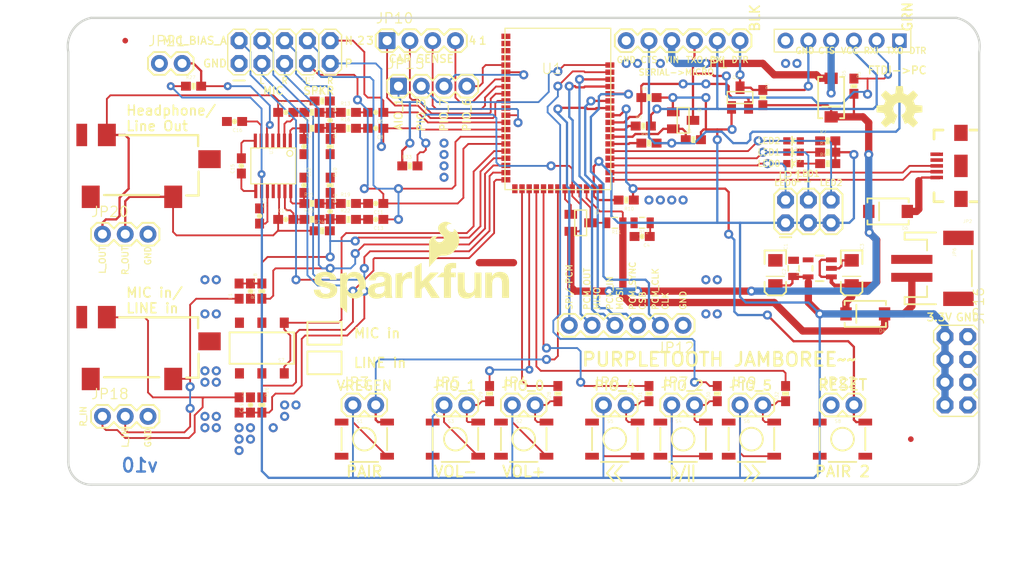
<source format=kicad_pcb>
(kicad_pcb (version 20211014) (generator pcbnew)
  (layers (0 "F.Cu" signal) (1 "In1.Cu" signal) (2 "In2.Cu" signal) (31 "B.Cu" signal) (34 "B.Paste" user) (35 "F.Paste" user) (36 "B.SilkS" user "B.Silkscreen") (37 "F.SilkS" user "F.Silkscreen") (38 "B.Mask" user) (39 "F.Mask" user) (44 "Edge.Cuts" user))
  (net 0 "")
  (net 1 "TX")
  (net 2 "VIN")
  (net 3 "5V_TX")
  (net 4 "3.3V")
  (net 5 "RTS")
  (net 6 "5V_RTS")
  (net 7 "GND")
  (net 8 "N$2")
  (net 9 "N$6")
  (net 10 "N$7")
  (net 11 "LED_2")
  (net 12 "LED_1")
  (net 13 "LED_0")
  (net 14 "RX")
  (net 15 "CTS")
  (net 16 "5V_CTS")
  (net 17 "5V_RX")
  (net 18 "PIO_0")
  (net 19 "PIO_5")
  (net 20 "PIO_6")
  (net 21 "AIO_1")
  (net 22 "CAP_SENSE_3")
  (net 23 "~{RESET}")
  (net 24 "CHG_EXT")
  (net 25 "VBAT_SENSE")
  (net 26 "N$28")
  (net 27 "VREGEN")
  (net 28 "SPI_~{PCM}")
  (net 29 "PCM_IN/MOSI")
  (net 30 "PCM_CLK/CLK")
  (net 31 "MIC_BIAS_A")
  (net 32 "MIC_RN")
  (net 33 "MIC_LN")
  (net 34 "SPKR_RP")
  (net 35 "SPKR_RN")
  (net 36 "SPKR_LP")
  (net 37 "SPKR_LN")
  (net 38 "V_FTDI")
  (net 39 "V_USB")
  (net 40 "V_BAT")
  (net 41 "PCM_SYNC/CSB")
  (net 42 "PCM_OUT/MISO")
  (net 43 "USB_N")
  (net 44 "USB_P")
  (net 45 "CAP_SENSE_1")
  (net 46 "PIO_7")
  (net 47 "PIO_4")
  (net 48 "PIO_3")
  (net 49 "PIO_2")
  (net 50 "N$4")
  (net 51 "N$5")
  (net 52 "N$8")
  (net 53 "N$9")
  (net 54 "R_OUT")
  (net 55 "N$12")
  (net 56 "N$13")
  (net 57 "N$16")
  (net 58 "N$17")
  (net 59 "N$18")
  (net 60 "N$19")
  (net 61 "N$20")
  (net 62 "N$21")
  (net 63 "L_OUT")
  (net 64 "N$24")
  (net 65 "N$25")
  (net 66 "N$26")
  (net 67 "R_IN")
  (net 68 "L_IN")
  (net 69 "PIO_1")
  (net 70 "MIC_LP")
  (net 71 "MIC_RP")
  (net 72 "CAP_SENSE_2")
  (net 73 "CAP_SENSE-4")
  (net 74 "N$1")
  (net 75 "N$10")
  (net 76 "N$11")
  (net 77 "N$14")
  (net 78 "N$15")
  (net 79 "N$22")
  (footprint "boardEagle:0603-RES" (layer "F.Cu") (at 152.3111 120.8786 90)
    (fp_text reference "R28")
    (fp_text value "2.2k")
  )
  (footprint "boardEagle:0603-RES" (layer "F.Cu") (at 177.7111 120.8786 90)
    (fp_text reference "R32")
    (fp_text value "2.2k")
  )
  (footprint "boardEagle:SOT23" (layer "F.Cu") (at 154.8511 101.8286 -90)
    (fp_text reference "Q3")
    (fp_text value "MMBT4403")
  )
  (footprint "boardEagle:1X02" (layer "F.Cu") (at 165.0111 122.1486)
    (fp_text reference "JP7")
    (fp_text value "M02PTH")
  )
  (footprint "boardEagle:0603" (layer "F.Cu") (at 116.7511 122.1486 -90)
    (fp_text reference "L2")
    (fp_text value "15nH")
  )
  (footprint "boardEagle:1X04" (layer "F.Cu") (at 134.5311 86.5886)
    (fp_text reference "JP15")
    (fp_text value "")
  )
  (footprint "boardEagle:SMA-DIODE" (layer "F.Cu") (at 186.6011 111.9886 180)
    (fp_text reference "D4")
    (fp_text value "BA340A")
  )
  (footprint "boardEagle:0603-RES" (layer "F.Cu") (at 128.9431 101.4476)
    (fp_text reference "R22")
    (fp_text value "15K")
  )
  (footprint "boardEagle:MICRO-FIDUCIAL" (layer "F.Cu") (at 104.0511 81.5086)
    (fp_text reference "FID1" hide)
    (fp_text value "FIDUCIALUFIDUCIAL" hide)
  )
  (footprint "boardEagle:0603-RES" (layer "F.Cu") (at 162.4711 92.9386)
    (fp_text reference "R9")
    (fp_text value "10K")
  )
  (footprint "boardEagle:0603-CAP" (layer "F.Cu") (at 119.0371 101.0666 -90)
    (fp_text reference "C17")
    (fp_text value "1.0uF")
  )
  (footprint "boardEagle:0603-RES" (layer "F.Cu") (at 162.4711 120.8786 90)
    (fp_text reference "R31")
    (fp_text value "2.2k")
  )
  (footprint "boardEagle:0603-CAP" (layer "F.Cu") (at 161.7091 103.3526 180)
    (fp_text reference "C4")
    (fp_text value "4.7uF")
  )
  (footprint "boardEagle:0603-RES" (layer "F.Cu") (at 182.4101 93.9546)
    (fp_text reference "R3")
    (fp_text value "240")
  )
  (footprint "boardEagle:BC127_XTRA_PASTE" (layer "F.Cu") (at 152.3111 89.1286)
    (fp_text reference "U1")
    (fp_text value "")
  )
  (footprint "boardEagle:0603-RES" (layer "F.Cu") (at 126.9111 97.6376 -90)
    (fp_text reference "R20")
    (fp_text value "30.1k")
  )
  (footprint "boardEagle:OSHW-LOGO-M" (layer "F.Cu") (at 190.4111 89.1286)
    (fp_text reference "LOGO1" hide)
    (fp_text value "OSHW-LOGOM" hide)
  )
  (footprint "boardEagle:0805" (layer "F.Cu") (at 158.6611 101.8286 180)
    (fp_text reference "R11")
    (fp_text value "0.75")
  )
  (footprint "boardEagle:STAND-OFF" (layer "F.Cu") (at 196.7611 128.4986)
    (fp_text reference "STANDOFF2" hide)
    (fp_text value "STAND-OFF" hide)
  )
  (footprint "boardEagle:1X06" (layer "F.Cu") (at 166.2811 113.2586 180)
    (fp_text reference "JP12")
    (fp_text value "")
  )
  (footprint "boardEagle:1X02" (layer "F.Cu") (at 107.8611 84.0486)
    (fp_text reference "JP21")
    (fp_text value "M02PTH")
  )
  (footprint "boardEagle:AVR_ICSP" (layer "F.Cu") (at 121.8311 82.7786 90)
    (fp_text reference "JP17")
    (fp_text value "M05X2PTH")
  )
  (footprint "boardEagle:EIA3216" (layer "F.Cu") (at 185.0771 107.4166 -90)
    (fp_text reference "C3")
    (fp_text value "10uF")
  )
  (footprint "boardEagle:SOT23" (layer "F.Cu") (at 166.2811 90.3986 -90)
    (fp_text reference "Q1")
    (fp_text value "MOSFET-NCHANNELBSS138")
  )
  (footprint "boardEagle:FTDI_DEVICE_SIDE" (layer "F.Cu") (at 184.0611 81.5086 180)
    (fp_text reference "JP19" hide)
    (fp_text value "FTDI_DEVICE" hide)
  )
  (footprint "boardEagle:0603-RES" (layer "F.Cu") (at 128.9431 89.5096)
    (fp_text reference "R13")
    (fp_text value "15K")
  )
  (footprint "boardEagle:SOT23-5" (layer "F.Cu") (at 181.5211 106.9086 90)
    (fp_text reference "U2")
    (fp_text value "MIC5219 3.3V")
  )
  (footprint "boardEagle:1X02" (layer "F.Cu") (at 172.6311 122.1486)
    (fp_text reference "JP9")
    (fp_text value "M02PTH")
  )
  (footprint "boardEagle:0603-RES" (layer "F.Cu") (at 124.8791 99.6696)
    (fp_text reference "R21")
    (fp_text value "43k")
  )
  (footprint "boardEagle:0603-RES" (layer "F.Cu") (at 119.2911 109.4486 90)
    (fp_text reference "R25")
    (fp_text value "2.2k")
  )
  (footprint "boardEagle:AUDIO-JACK-3.5MM-SMD" (layer "F.Cu") (at 97.7011 95.4786)
    (fp_text reference "JP13" hide)
    (fp_text value "AUDIO-JACK2SMD" hide)
  )
  (footprint "boardEagle:0603-RES" (layer "F.Cu") (at 185.3311 86.5886 -90)
    (fp_text reference "R5")
    (fp_text value "10K")
  )
  (footprint "boardEagle:0603-RES" (layer "F.Cu") (at 161.8361 91.0336)
    (fp_text reference "R8")
    (fp_text value "10K")
  )
  (footprint "boardEagle:0603-RES" (layer "F.Cu") (at 126.0221 88.2396)
    (fp_text reference "R18")
    (fp_text value "30.1k")
  )
  (footprint "boardEagle:TACTILE_SWITCH_SMD" (layer "F.Cu") (at 140.8811 125.9586)
    (fp_text reference "S3")
    (fp_text value "")
  )
  (footprint "boardEagle:0603-RES" (layer "F.Cu") (at 175.1711 87.8586 -90)
    (fp_text reference "R7")
    (fp_text value "10K")
  )
  (footprint "boardEagle:AUDIO-JACK-3.5MM-SMD" (layer "F.Cu") (at 97.7011 115.7986)
    (fp_text reference "JP14" hide)
    (fp_text value "AUDIO-JACK2SMD" hide)
  )
  (footprint "boardEagle:0603-RES" (layer "F.Cu") (at 182.4101 95.2246)
    (fp_text reference "R4")
    (fp_text value "240")
  )
  (footprint "boardEagle:0603-CAP" (layer "F.Cu") (at 121.9581 101.4476)
    (fp_text reference "C14")
    (fp_text value "47pF")
  )
  (footprint "boardEagle:1X02" (layer "F.Cu") (at 147.2311 122.1486)
    (fp_text reference "JP4")
    (fp_text value "M02PTH")
  )
  (footprint "boardEagle:TACTILE_SWITCH_SMD" (layer "F.Cu") (at 148.5011 125.9586)
    (fp_text reference "S2")
    (fp_text value "")
  )
  (footprint "boardEagle:TACTILE_SWITCH_SMD" (layer "F.Cu") (at 184.0611 125.9586)
    (fp_text reference "S8")
    (fp_text value "")
  )
  (footprint "boardEagle:0603-CAP" (layer "F.Cu") (at 126.9111 90.3986 -90)
    (fp_text reference "C5")
    (fp_text value "180pF")
  )
  (footprint "boardEagle:0805" (layer "F.Cu") (at 161.7091 101.8286 180)
    (fp_text reference "R12")
    (fp_text value "0.22")
  )
  (footprint "boardEagle:1X02" (layer "F.Cu") (at 139.6111 122.1486)
    (fp_text reference "JP5")
    (fp_text value "M02PTH")
  )
  (footprint "boardEagle:TSSOP-14" (layer "F.Cu") (at 120.5611 95.4786 -90)
    (fp_text reference "U3")
    (fp_text value "TPA6138A2")
  )
  (footprint "boardEagle:JST-2-SMD" (layer "F.Cu") (at 195.4911 106.9086 -90)
    (fp_text reference "JP6")
    (fp_text value "M02-JST-2MM-SMT")
  )
  (footprint "boardEagle:SMA-DIODE" (layer "F.Cu") (at 182.7911 87.8586 -90)
    (fp_text reference "D5")
    (fp_text value "BA340A")
  )
  (footprint "boardEagle:0603-CAP" (layer "F.Cu") (at 118.0211 109.4486 -90)
    (fp_text reference "C18")
    (fp_text value "15pF")
  )
  (footprint "boardEagle:USB-AB-MICRO-SMD_V03" (layer "F.Cu") (at 197.2691 95.4786 180)
    (fp_text reference "JP2")
    (fp_text value "")
  )
  (footprint "boardEagle:0603-CAP" (layer "F.Cu") (at 126.9111 100.5586 -90)
    (fp_text reference "C10")
    (fp_text value "180pF")
  )
  (footprint "boardEagle:AYZ0202" (layer "F.Cu") (at 119.2911 115.7986 180)
    (fp_text reference "S7")
    (fp_text value "DPDT")
  )
  (footprint "boardEagle:0603-RES" (layer "F.Cu") (at 126.9111 93.3196 -90)
    (fp_text reference "R14")
    (fp_text value "30.1k")
  )
  (footprint "boardEagle:2X3" (layer "F.Cu") (at 177.7111 101.8286)
    (fp_text reference "JP11")
    (fp_text value "")
  )
  (footprint "boardEagle:STAND-OFF" (layer "F.Cu") (at 100.2411 128.4986)
    (fp_text reference "STANDOFF3" hide)
    (fp_text value "STAND-OFF" hide)
  )
  (footprint "boardEagle:0603-CAP" (layer "F.Cu") (at 123.9901 93.3196 -90)
    (fp_text reference "C7")
    (fp_text value "47pF")
  )
  (footprint "boardEagle:FTDI_BASIC" (layer "F.Cu") (at 172.6311 81.5086 180)
    (fp_text reference "JP1")
    (fp_text value "FTDI_BASICPTH")
  )
  (footprint "boardEagle:0603-CAP" (layer "F.Cu") (at 131.9911 99.6696 180)
    (fp_text reference "C11")
    (fp_text value "0.1uF")
  )
  (footprint "boardEagle:0603-RES" (layer "F.Cu") (at 144.6911 120.8786 90)
    (fp_text reference "R29")
    (fp_text value "2.2k")
  )
  (footprint "boardEagle:TACTILE_SWITCH_SMD" (layer "F.Cu") (at 158.6611 125.9586)
    (fp_text reference "S5")
    (fp_text value "")
  )
  (footprint "boardEagle:0603-RES" (layer "F.Cu") (at 124.8791 89.5096)
    (fp_text reference "R15")
    (fp_text value "43k")
  )
  (footprint "boardEagle:0603-CAP" (layer "F.Cu") (at 131.9911 91.2876 180)
    (fp_text reference "C8")
    (fp_text value "0.1uF")
  )
  (footprint "boardEagle:0603-RES" (layer "F.Cu") (at 135.8011 95.4786)
    (fp_text reference "R33")
    (fp_text value "10K")
  )
  (footprint "boardEagle:MICRO-FIDUCIAL" (layer "F.Cu") (at 191.6811 125.9586)
    (fp_text reference "FID2" hide)
    (fp_text value "FIDUCIALUFIDUCIAL" hide)
  )
  (footprint "boardEagle:0603-RES" (layer "F.Cu") (at 126.0221 102.7176)
    (fp_text reference "R24")
    (fp_text value "30.1k")
  )
  (footprint "boardEagle:0603-CAP" (layer "F.Cu") (at 117.0051 95.4786 90)
    (fp_text reference "C15")
    (fp_text value "1.0uF")
  )
  (footprint "boardEagle:0603-RES" (layer "F.Cu") (at 128.9431 91.2876)
    (fp_text reference "R16")
    (fp_text value "15K")
  )
  (footprint "boardEagle:0603-RES" (layer "F.Cu") (at 182.4101 92.6846)
    (fp_text reference "R2")
    (fp_text value "240")
  )
  (footprint "boardEagle:STAND-OFF" (layer "F.Cu") (at 100.2411 82.7786)
    (fp_text reference "STANDOFF4" hide)
    (fp_text value "STAND-OFF" hide)
  )
  (footprint "boardEagle:LED-0603" (layer "F.Cu") (at 178.6001 93.9546 90)
    (fp_text reference "D3")
    (fp_text value "BLUE")
  )
  (footprint "boardEagle:0603-CAP" (layer "F.Cu") (at 116.2431 90.5256 180)
    (fp_text reference "C16")
    (fp_text value "1.0uF")
  )
  (footprint "boardEagle:0603-RES" (layer "F.Cu") (at 170.0911 120.8786 90)
    (fp_text reference "R30")
    (fp_text value "2.2k")
  )
  (footprint "boardEagle:TACTILE_SWITCH_SMD" (layer "F.Cu") (at 173.9011 125.9586)
    (fp_text reference "S6")
    (fp_text value "")
  )
  (footprint "boardEagle:CREATIVE_COMMONS" (layer "F.Cu") (at 110.4011 141.1986)
    (fp_text reference "FRAME1" hide)
    (fp_text value "FRAME-LETTER" hide)
  )
  (footprint "boardEagle:1X02" (layer "F.Cu") (at 157.3911 122.1486)
    (fp_text reference "JP8")
    (fp_text value "M02PTH")
  )
  (footprint "boardEagle:0603-RES" (layer "F.Cu") (at 124.8791 101.4476)
    (fp_text reference "R23")
    (fp_text value "43k")
  )
  (footprint "boardEagle:1X03" (layer "F.Cu") (at 101.5111 103.0986)
    (fp_text reference "JP20")
    (fp_text value "")
  )
  (footprint "boardEagle:1X02" (layer "F.Cu") (at 182.7911 122.1486)
    (fp_text reference "JP22")
    (fp_text value "M02PTH")
  )
  (footprint "boardEagle:0603-RES" (layer "F.Cu") (at 159.9311 99.2886 180)
    (fp_text reference "R10")
    (fp_text value "10K")
  )
  (footprint "boardEagle:LED-0603" (layer "F.Cu") (at 178.6001 95.2246 90)
    (fp_text reference "D2")
    (fp_text value "RED")
  )
  (footprint "boardEagle:1X03" (layer "F.Cu") (at 101.5111 123.4186)
    (fp_text reference "JP18")
    (fp_text value "")
  )
  (footprint "boardEagle:0603-RES" (layer "F.Cu") (at 167.4241 92.5576)
    (fp_text reference "R1")
    (fp_text value "10K")
  )
  (footprint "boardEagle:SMA-DIODE" (layer "F.Cu") (at 189.1411 100.5586 180)
    (fp_text reference "D6")
    (fp_text value "BA340A")
  )
  (footprint "boardEagle:0603-RES" (layer "F.Cu") (at 128.9431 99.6696)
    (fp_text reference "R19")
    (fp_text value "15K")
  )
  (footprint "boardEagle:0603-RES" (layer "F.Cu") (at 119.2911 122.1486 -90)
    (fp_text reference "R26")
    (fp_text value "2.2k")
  )
  (footprint "boardEagle:0805" (layer "F.Cu") (at 178.6001 106.9086 90)
    (fp_text reference "C2")
    (fp_text value "1uF")
  )
  (footprint "boardEagle:1X04" (layer "F.Cu") (at 133.2611 81.5086)
    (fp_text reference "JP10")
    (fp_text value "")
  )
  (footprint "boardEagle:LED-0603" (layer "F.Cu") (at 178.6001 92.6846 90)
    (fp_text reference "D1")
    (fp_text value "GREEN")
  )
  (footprint "boardEagle:0603" (layer "F.Cu") (at 116.7511 109.4486 90)
    (fp_text reference "L1")
    (fp_text value "15nH")
  )
  (footprint "boardEagle:0603-RES" (layer "F.Cu") (at 124.8791 91.2876)
    (fp_text reference "R17")
    (fp_text value "43k")
  )
  (footprint "boardEagle:0603-CAP" (layer "F.Cu") (at 131.9911 101.4476 180)
    (fp_text reference "C13")
    (fp_text value "0.1uF")
  )
  (footprint "boardEagle:0603-CAP" (layer "F.Cu") (at 118.0211 122.1486 90)
    (fp_text reference "C19")
    (fp_text value "15pF")
  )
  (footprint "boardEagle:0603-RES" (layer "F.Cu") (at 111.6711 86.5886)
    (fp_text reference "R27")
    (fp_text value "10K")
  )
  (footprint "boardEagle:TACTILE_SWITCH_SMD" (layer "F.Cu") (at 130.7211 125.9586)
    (fp_text reference "S1")
    (fp_text value "")
  )
  (footprint "boardEagle:2X4" (layer "F.Cu") (at 196.7611 118.3386 -90)
    (fp_text reference "JP16")
    (fp_text value "M04X2")
  )
  (footprint "boardEagle:0603-CAP" (layer "F.Cu") (at 131.9911 89.5096 180)
    (fp_text reference "C6")
    (fp_text value "0.1uF")
  )
  (footprint "boardEagle:0603-RES" (layer "F.Cu") (at 162.4711 87.8586)
    (fp_text reference "R6")
    (fp_text value "10K")
  )
  (footprint "boardEagle:STAND-OFF" (layer "F.Cu") (at 196.7611 82.7786)
    (fp_text reference "STANDOFF1" hide)
    (fp_text value "STAND-OFF" hide)
  )
  (footprint "boardEagle:0603-CAP" (layer "F.Cu") (at 123.9901 97.6376 -90)
    (fp_text reference "C12")
    (fp_text value "47pF")
  )
  (footprint "boardEagle:EIA3216" (layer "F.Cu") (at 176.5681 107.4166 -90)
    (fp_text reference "C1")
    (fp_text value "10uF")
  )
  (footprint "boardEagle:SOT23" (layer "F.Cu") (at 172.6311 87.8586)
    (fp_text reference "Q2")
    (fp_text value "MOSFET-NCHANNELBSS138")
  )
  (footprint "boardEagle:0603-CAP" (layer "F.Cu") (at 121.9581 89.5096)
    (fp_text reference "C9")
    (fp_text value "47pF")
  )
  (footprint "boardEagle:TACTILE_SWITCH_SMD" (layer "F.Cu") (at 166.2811 125.9586)
    (fp_text reference "S4")
    (fp_text value "")
  )
  (footprint "boardEagle:1X02" (layer "F.Cu") (at 129.4511 122.1486)
    (fp_text reference "JP3")
    (fp_text value "M02PTH")
  )
  (footprint "boardEagle:SFE_LOGO_NAME_FLAME_.2" (layer "F.Cu") (at 124.3711 111.9886)
    (fp_text reference "LOGO2" hide)
    (fp_text value "SFE_LOGO_NAME_FLAME.2_INCH" hide)
  )
  (gr_line (start 157.7721 129.7686) (end 158.5341 128.8796) (layer "F.SilkS") (width 0.2032))
  (gr_line (start 174.7901 129.7686) (end 174.0281 130.6576) (layer "F.SilkS") (width 0.2032))
  (gr_line (start 166.9161 128.8796) (end 166.9161 130.6576) (layer "F.SilkS") (width 0.2032))
  (gr_line (start 166.5351 128.8796) (end 165.9001 130.6576) (layer "F.SilkS") (width 0.2032))
  (gr_line (start 174.7901 129.7686) (end 174.0281 128.8796) (layer "F.SilkS") (width 0.2032))
  (gr_line (start 128.1811 112.8776) (end 124.3711 112.8776) (layer "F.SilkS") (width 0.2032))
  (gr_line (start 167.4241 128.8796) (end 167.4241 130.6576) (layer "F.SilkS") (width 0.2032))
  (gr_line (start 165.6461 129.7686) (end 165.0111 128.8796) (layer "F.SilkS") (width 0.2032))
  (gr_line (start 128.1811 115.4176) (end 128.1811 112.8776) (layer "F.SilkS") (width 0.2032))
  (gr_line (start 124.3711 115.4176) (end 128.1811 115.4176) (layer "F.SilkS") (width 0.2032))
  (gr_line (start 158.6611 129.7686) (end 159.4231 130.6576) (layer "F.SilkS") (width 0.2032))
  (gr_line (start 165.0111 128.8796) (end 165.0111 130.6576) (layer "F.SilkS") (width 0.2032))
  (gr_line (start 128.1811 116.1796) (end 128.1811 118.7196) (layer "F.SilkS") (width 0.2032))
  (gr_line (start 158.6611 129.7686) (end 159.4231 128.8796) (layer "F.SilkS") (width 0.2032))
  (gr_line (start 124.3711 112.8776) (end 124.3711 115.4176) (layer "F.SilkS") (width 0.2032))
  (gr_line (start 124.3711 116.1796) (end 128.1811 116.1796) (layer "F.SilkS") (width 0.2032))
  (gr_line (start 128.1811 118.7196) (end 124.3711 118.7196) (layer "F.SilkS") (width 0.2032))
  (gr_line (start 157.7721 129.7686) (end 158.5341 130.6576) (layer "F.SilkS") (width 0.2032))
  (gr_line (start 124.3711 118.7196) (end 124.3711 116.1796) (layer "F.SilkS") (width 0.2032))
  (gr_line (start 165.0111 130.6576) (end 165.6461 129.7686) (layer "F.SilkS") (width 0.2032))
  (gr_line (start 173.9011 129.7686) (end 173.1391 130.6576) (layer "F.SilkS") (width 0.2032))
  (gr_line (start 173.9011 129.7686) (end 173.1391 128.8796) (layer "F.SilkS") (width 0.2032))
  (gr_arc (start 100.2411 131.0386) (mid 98.445049 130.294651) (end 97.7011 128.4986) (layer "Edge.Cuts") (width 0.254))
  (gr_line (start 97.7011 82.7786) (end 97.7011 128.4986) (layer "Edge.Cuts") (width 0.254))
  (gr_line (start 199.3011 128.4986) (end 199.3011 82.7786) (layer "Edge.Cuts") (width 0.254))
  (gr_arc (start 199.3011 128.4986) (mid 198.557151 130.294651) (end 196.7611 131.0386) (layer "Edge.Cuts") (width 0.254))
  (gr_arc (start 196.7611 78.9686) (mid 198.820177 80.347549) (end 199.3011 82.7786) (layer "Edge.Cuts") (width 0.254))
  (gr_arc (start 97.7011 82.7786) (mid 98.182023 80.347549) (end 100.2411 78.9686) (layer "Edge.Cuts") (width 0.254))
  (gr_line (start 196.7611 78.9686) (end 100.2411 78.9686) (layer "Edge.Cuts") (width 0.254))
  (gr_line (start 100.2411 131.0386) (end 196.7611 131.0386) (layer "Edge.Cuts") (width 0.254))
  (gr_text "v10" (at 107.8611 129.7686) (layer "B.Cu") (effects (font (size 1.5113 1.5113) (thickness 0.2667)) (justify left bottom mirror)))
  (gr_text "PCM_IN\nMOSI" (at 158.6611 111.6076 90) (layer "F.SilkS") (effects (font (size 0.69088 0.69088) (thickness 0.12192)) (justify left)))
  (gr_text "PCM_OUT\nMISO" (at 156.1211 111.6076 90) (layer "F.SilkS") (effects (font (size 0.69088 0.69088) (thickness 0.12192)) (justify left)))
  (gr_text "GND" (at 106.5911 104.3686 90) (layer "F.SilkS") (effects (font (size 0.69088 0.69088) (thickness 0.12192)) (justify right)))
  (gr_text "GND" (at 198.0311 112.8776) (layer "F.SilkS") (effects (font (size 0.8636 0.8636) (thickness 0.1524)) (justify bottom)))
  (gr_text "FTDI->PC" (at 190.1571 85.3186) (layer "F.SilkS") (effects (font (size 0.8636 0.8636) (thickness 0.1524)) (justify bottom)))
  (gr_text "LED1" (at 177.2031 93.9546) (layer "F.SilkS") (effects (font (size 0.69088 0.69088) (thickness 0.12192)) (justify right)))
  (gr_text "PIO_6" (at 142.1511 87.8586 90) (layer "F.SilkS") (effects (font (size 0.8636 0.8636) (thickness 0.1524)) (justify right)))
  (gr_text "CTS" (at 162.4711 84.0486) (layer "F.SilkS") (effects (font (size 0.69088 0.69088) (thickness 0.12192)) (justify bottom)))
  (gr_text "PAIR 2" (at 184.0611 130.2766) (layer "F.SilkS") (effects (font (size 1.20904 1.20904) (thickness 0.21336)) (justify bottom)))
  (gr_text "LED0" (at 177.7111 97.7646) (layer "F.SilkS") (effects (font (size 0.69088 0.69088) (thickness 0.12192)) (justify bottom)))
  (gr_text "MIC in" (at 129.4511 114.1476) (layer "F.SilkS") (effects (font (size 1.0795 1.0795) (thickness 0.1905)) (justify left)))
  (gr_text "R_OUT" (at 104.0511 104.3686 90) (layer "F.SilkS") (effects (font (size 0.69088 0.69088) (thickness 0.12192)) (justify right)))
  (gr_text "LED0" (at 177.2031 95.2246) (layer "F.SilkS") (effects (font (size 0.69088 0.69088) (thickness 0.12192)) (justify right)))
  (gr_text "Headphone/\nLine Out" (at 104.0511 91.6686) (layer "F.SilkS") (effects (font (size 1.0795 1.0795) (thickness 0.1905)) (justify left bottom)))
  (gr_text "R" (at 121.8311 85.5726) (layer "F.SilkS") (effects (font (size 0.69088 0.69088) (thickness 0.12192)) (justify top)))
  (gr_text "TXO" (at 167.5511 84.0486) (layer "F.SilkS") (effects (font (size 0.69088 0.69088) (thickness 0.12192)) (justify bottom)))
  (gr_text "LED2" (at 177.2031 92.6846) (layer "F.SilkS") (effects (font (size 0.69088 0.69088) (thickness 0.12192)) (justify right)))
  (gr_text "MIC in/\nLINE in" (at 104.0511 111.9886) (layer "F.SilkS") (effects (font (size 1.0795 1.0795) (thickness 0.1905)) (justify left bottom)))
  (gr_text "LINE in" (at 129.4511 117.4496) (layer "F.SilkS") (effects (font (size 1.0795 1.0795) (thickness 0.1905)) (justify left)))
  (gr_text "PIO_1" (at 140.8811 120.6246) (layer "F.SilkS") (effects (font (size 1.0795 1.0795) (thickness 0.1905)) (justify bottom)))
  (gr_text "2" (at 130.3401 81.5086) (layer "F.SilkS") (effects (font (size 0.8636 0.8636) (thickness 0.1524))))
  (gr_text "GND" (at 115.4811 84.0486) (layer "F.SilkS") (effects (font (size 0.8636 0.8636) (thickness 0.1524)) (justify right)))
  (gr_text "MIC_BIAS_A" (at 115.4811 81.5086) (layer "F.SilkS") (effects (font (size 0.8636 0.8636) (thickness 0.1524)) (justify right)))
  (gr_text "GND" (at 166.2811 111.6076 90) (layer "F.SilkS") (effects (font (size 0.69088 0.69088) (thickness 0.12192)) (justify left)))
  (gr_text "4" (at 142.7861 81.5086) (layer "F.SilkS") (effects (font (size 0.8636 0.8636) (thickness 0.1524))))
  (gr_text "R" (at 126.9111 85.5726) (layer "F.SilkS") (effects (font (size 0.69088 0.69088) (thickness 0.12192)) (justify top)))
  (gr_text "3.3V" (at 194.8561 112.8776) (layer "F.SilkS") (effects (font (size 0.8636 0.8636) (thickness 0.1524)) (justify bottom)))
  (gr_text "DTR" (at 172.6311 84.0486) (layer "F.SilkS") (effects (font (size 0.69088 0.69088) (thickness 0.12192)) (justify bottom)))
  (gr_text "AIO_1" (at 134.5311 87.8586 90) (layer "F.SilkS") (effects (font (size 0.8636 0.8636) (thickness 0.1524)) (justify right)))
  (gr_text "PIO_2" (at 166.2811 120.6246) (layer "F.SilkS") (effects (font (size 1.0795 1.0795) (thickness 0.1905)) (justify bottom)))
  (gr_text "PIO_5" (at 173.9011 120.6246) (layer "F.SilkS") (effects (font (size 1.0795 1.0795) (thickness 0.1905)) (justify bottom)))
  (gr_text "PIO_7" (at 139.6111 87.8586 90) (layer "F.SilkS") (effects (font (size 0.8636 0.8636) (thickness 0.1524)) (justify right)))
  (gr_text "SPKR" (at 125.6411 86.5886) (layer "F.SilkS") (effects (font (size 0.8636 0.8636) (thickness 0.1524)) (justify top)))
  (gr_text "PCM_CLK\nCLK" (at 163.7411 111.6076 90) (layer "F.SilkS") (effects (font (size 0.69088 0.69088) (thickness 0.12192)) (justify left)))
  (gr_text "CAP SENSE" (at 137.0711 83.0326) (layer "F.SilkS") (effects (font (size 0.8636 0.8636) (thickness 0.1524)) (justify top)))
  (gr_text "VREGEN" (at 130.7211 120.6246) (layer "F.SilkS") (effects (font (size 1.0795 1.0795) (thickness 0.1905)) (justify bottom)))
  (gr_text "N" (at 128.4351 81.5086) (layer "F.SilkS") (effects (font (size 0.8636 0.8636) (thickness 0.1524)) (justify left)))
  (gr_text "L_OUT" (at 101.5111 104.3686 90) (layer "F.SilkS") (effects (font (size 0.69088 0.69088) (thickness 0.12192)) (justify right)))
  (gr_text "SPI/~PCM" (at 153.5811 111.6076 90) (layer "F.SilkS") (effects (font (size 0.69088 0.69088) (thickness 0.12192)) (justify left)))
  (gr_text "SERIAL->MICRO" (at 165.5191 85.4456) (layer "F.SilkS") (effects (font (size 0.69088 0.69088) (thickness 0.12192)) (justify bottom)))
  (gr_text "PAIR" (at 130.7211 130.2766) (layer "F.SilkS") (effects (font (size 1.20904 1.20904) (thickness 0.21336)) (justify bottom)))
  (gr_text "LED1" (at 180.2511 96.7486) (layer "F.SilkS") (effects (font (size 0.69088 0.69088) (thickness 0.12192)) (justify bottom)))
  (gr_text "GND" (at 159.9311 84.0486) (layer "F.SilkS") (effects (font (size 0.69088 0.69088) (thickness 0.12192)) (justify bottom)))
  (gr_text "LED2" (at 182.7911 97.7646) (layer "F.SilkS") (effects (font (size 0.69088 0.69088) (thickness 0.12192)) (justify bottom)))
  (gr_text "1" (at 143.9291 81.5086) (layer "F.SilkS") (effects (font (size 0.8636 0.8636) (thickness 0.1524))))
  (gr_text "PIO_4" (at 158.6611 120.6246) (layer "F.SilkS") (effects (font (size 1.0795 1.0795) (thickness 0.1905)) (justify bottom)))
  (gr_text "VOL+" (at 148.5011 130.2766) (layer "F.SilkS") (effects (font (size 1.20904 1.20904) (thickness 0.21336)) (justify bottom)))
  (gr_text "RESET" (at 184.0611 120.6246) (layer "F.SilkS") (effects (font (size 1.20904 1.20904) (thickness 0.21336)) (justify bottom)))
  (gr_text "3" (at 131.3561 81.5086) (layer "F.SilkS") (effects (font (size 0.8636 0.8636) (thickness 0.1524))))
  (gr_text "RXI" (at 170.0911 84.0486) (layer "F.SilkS") (effects (font (size 0.69088 0.69088) (thickness 0.12192)) (justify bottom)))
  (gr_text "VIN" (at 165.0111 84.0486) (layer "F.SilkS") (effects (font (size 0.69088 0.69088) (thickness 0.12192)) (justify bottom)))
  (gr_text "L_IN" (at 104.0511 124.6886 90) (layer "F.SilkS") (effects (font (size 0.69088 0.69088) (thickness 0.12192)) (justify right)))
  (gr_text "R_IN" (at 98.9711 123.4186 90) (layer "F.SilkS") (effects (font (size 0.69088 0.69088) (thickness 0.12192)) (justify top)))
  (gr_text "PURPLETOOTH JAMBOREE~~" (at 154.8511 117.0686) (layer "F.SilkS") (effects (font (size 1.5113 1.5113) (thickness 0.2667)) (justify left)))
  (gr_text "VOL-" (at 140.8811 130.2766) (layer "F.SilkS") (effects (font (size 1.20904 1.20904) (thickness 0.21336)) (justify bottom)))
  (gr_text "L" (at 119.2911 85.5726) (layer "F.SilkS") (effects (font (size 0.69088 0.69088) (thickness 0.12192)) (justify top)))
  (gr_text "PCM_SYNC\nCSB" (at 161.2011 111.6076 90) (layer "F.SilkS") (effects (font (size 0.69088 0.69088) (thickness 0.12192)) (justify left)))
  (gr_text "PIO_0" (at 148.5011 120.6246) (layer "F.SilkS") (effects (font (size 1.0795 1.0795) (thickness 0.1905)) (justify bottom)))
  (gr_text "P" (at 128.4351 84.0486) (layer "F.SilkS") (effects (font (size 0.8636 0.8636) (thickness 0.1524)) (justify left)))
  (gr_text "GND" (at 106.5911 124.6886 90) (layer "F.SilkS") (effects (font (size 0.69088 0.69088) (thickness 0.12192)) (justify right)))
  (gr_text "MIC" (at 120.5611 86.5886) (layer "F.SilkS") (effects (font (size 0.8636 0.8636) (thickness 0.1524)) (justify top)))
  (gr_text "PIO_3" (at 137.0711 87.8586 90) (layer "F.SilkS") (effects (font (size 0.8636 0.8636) (thickness 0.1524)) (justify right)))
  (gr_text "L" (at 124.3711 85.5726) (layer "F.SilkS") (effects (font (size 0.69088 0.69088) (thickness 0.12192)) (justify top)))
  (segment (start 158.1111 92.2286) (end 160.6411 92.2286) (width 0.254) (layer "F.Cu") (net 1))
  (segment (start 163.4871 91.9226) (end 164.0611 91.3486) (width 0.254) (layer "F.Cu") (net 1))
  (segment (start 165.1811 91.3486) (end 164.0611 91.3486) (width 0.254) (layer "F.Cu") (net 1))
  (segment (start 166.5741 92.5576) (end 166.5741 91.7076) (width 0.254) (layer "F.Cu") (net 1))
  (segment (start 166.2151 91.3486) (end 166.5741 91.7076) (width 0.254) (layer "F.Cu") (net 1))
  (segment (start 160.9471 91.9226) (end 163.4871 91.9226) (width 0.254) (layer "F.Cu") (net 1))
  (segment (start 165.1811 91.3486) (end 166.2151 91.3486) (width 0.254) (layer "F.Cu") (net 1))
  (segment (start 160.6411 92.2286) (end 160.9471 91.9226) (width 0.254) (layer "F.Cu") (net 1))
  (segment (start 187.4901 108.8136) (end 185.0801 108.8136) (width 0.8128) (layer "F.Cu") (net 2))
  (segment (start 137.3251 93.9546) (end 136.9441 93.9546) (width 0.2032) (layer "F.Cu") (net 2))
  (segment (start 184.4421 111.9796) (end 184.4511 111.9886) (width 0.8128) (layer "F.Cu") (net 2))
  (segment (start 181.7091 105.9586) (end 181.5211 106.1466) (width 0.254) (layer "F.Cu") (net 2))
  (segment (start 187.8711 108.4326) (end 187.4901 108.8136) (width 0.8128) (layer "F.Cu") (net 2))
  (segment (start 136.9441 93.9546) (end 136.6511 94.2476) (width 0.2032) (layer "F.Cu") (net 2))
  (segment (start 153.9111 98.0286) (end 153.9111 98.8566) (width 0.2032) (layer "F.Cu") (net 2))
  (segment (start 182.8212 108.4627) (end 183.1721 108.8136) (width 0.4064) (layer "F.Cu") (net 2))
  (segment (start 153.9111 98.0286) (end 153.9111 95.8086) (width 0.2032) (layer "F.Cu") (net 2))
  (segment (start 185.0741 108.8136) (end 185.0771 108.8166) (width 0.4064) (layer "F.Cu") (net 2))
  (segment (start 187.0456 102.9081) (end 187.8711 103.7336) (width 0.8128) (layer "F.Cu") (net 2))
  (segment (start 153.5811 95.4786) (end 151.5491 95.4786) (width 0.2032) (layer "F.Cu") (net 2))
  (segment (start 185.0771 108.8166) (end 185.0771 110.0836) (width 0.8128) (layer "F.Cu") (net 2))
  (segment (start 154.2161 109.4486) (end 158.0261 109.4486) (width 0.8128) (layer "F.Cu") (net 2))
  (segment (start 185.0771 110.0836) (end 184.4421 110.7186) (width 0.8128) (layer "F.Cu") (net 2))
  (segment (start 186.9821 90.6526) (end 186.9821 94.2086) (width 0.8128) (layer "F.Cu") (net 2))
  (segment (start 185.0801 108.8136) (end 185.0771 108.8166) (width 0.8128) (layer "F.Cu") (net 2))
  (segment (start 183.1721 108.8136) (end 185.0741 108.8136) (width 0.4064) (layer "F.Cu") (net 2))
  (segment (start 181.5211 106.1466) (end 181.5211 107.6706) (width 0.254) (layer "F.Cu") (net 2))
  (segment (start 182.8212 107.8586) (end 182.8212 108.4627) (width 0.4064) (layer "F.Cu") (net 2))
  (segment (start 154.8511 102.5906) (end 154.6631 102.7786) (width 0.2032) (layer "F.Cu") (net 2))
  (segment (start 137.5791 92.9386) (end 137.5791 93.7006) (width 0.2032) (layer "F.Cu") (net 2))
  (segment (start 161.2011 109.4486) (end 173.9011 109.4486) (width 0.8128) (layer "F.Cu") (net 2))
  (segment (start 185.3311 90.0086) (end 186.3381 90.0086) (width 0.8128) (layer "F.Cu") (net 2))
  (segment (start 137.5791 93.7006) (end 137.3251 93.9546) (width 0.2032) (layer "F.Cu") (net 2))
  (segment (start 182.8212 107.8586) (end 181.7091 107.8586) (width 0.254) (layer "F.Cu") (net 2))
  (segment (start 186.9911 102.8536) (end 187.0456 102.9081) (width 0.8128) (layer "F.Cu") (net 2))
  (segment (start 182.3711 88.7086) (end 182.7911 89.1286) (width 0.254) (layer "F.Cu") (net 2))
  (segment (start 153.9111 95.8086) (end 153.5811 95.4786) (width 0.2032) (layer "F.Cu") (net 2))
  (segment (start 153.7511 102.7786) (end 154.6631 102.7786) (width 0.2032) (layer "F.Cu") (net 2))
  (segment (start 175.1711 88.7086) (end 182.3711 88.7086) (width 0.254) (layer "F.Cu") (net 2))
  (segment (start 186.3381 90.0086) (end 186.9821 90.6526) (width 0.8128) (layer "F.Cu") (net 2))
  (segment (start 181.5211 107.6706) (end 181.7091 107.8586) (width 0.254) (layer "F.Cu") (net 2))
  (segment (start 184.4421 110.7186) (end 184.4421 111.9796) (width 0.8128) (layer "F.Cu") (net 2))
  (segment (start 153.7511 102.7786) (end 153.7511 108.9836) (width 0.8128) (layer "F.Cu") (net 2))
  (segment (start 136.6511 95.4786) (end 136.6511 94.2476) (width 0.2032) (layer "F.Cu") (net 2))
  (segment (start 185.3311 87.4386) (end 185.3311 90.0086) (width 0.254) (layer "F.Cu") (net 2))
  (segment (start 186.9911 100.5586) (end 186.9911 102.8536) (width 0.8128) (layer "F.Cu") (net 2))
  (segment (start 187.8711 103.7336) (end 187.8711 108.4326) (width 0.8128) (layer "F.Cu") (net 2))
  (segment (start 182.8212 105.9586) (end 181.7091 105.9586) (width 0.254) (layer "F.Cu") (net 2))
  (segment (start 182.7911 89.1286) (end 182.7911 90.0086) (width 0.254) (layer "F.Cu") (net 2))
  (segment (start 153.9111 98.8566) (end 154.8511 99.7966) (width 0.2032) (layer "F.Cu") (net 2))
  (segment (start 154.8511 99.7966) (end 154.8511 102.5906) (width 0.2032) (layer "F.Cu") (net 2))
  (segment (start 182.7911 90.0086) (end 185.3311 90.0086) (width 0.8128) (layer "F.Cu") (net 2))
  (segment (start 153.7511 108.9836) (end 154.2161 109.4486) (width 0.8128) (layer "F.Cu") (net 2))
  (via (at 137.5791 92.9386) (size 1.016) (drill 0.508) (layers "F.Cu" "B.Cu") (net 2))
  (via (at 186.9821 94.2086) (size 1.016) (drill 0.508) (layers "F.Cu" "B.Cu") (net 2))
  (via (at 151.5491 95.4786) (size 1.016) (drill 0.508) (layers "F.Cu" "B.Cu") (net 2))
  (via (at 173.9011 109.4486) (size 1.016) (drill 0.508) (layers "F.Cu" "B.Cu") (net 2))
  (via (at 187.0456 102.9081) (size 1.016) (drill 0.508) (layers "F.Cu" "B.Cu") (net 2))
  (via (at 158.0261 109.4486) (size 1.016) (drill 0.508) (layers "F.Cu" "B.Cu") (net 2))
  (via (at 161.2011 109.4486) (size 1.016) (drill 0.508) (layers "F.Cu" "B.Cu") (net 2))
  (segment (start 187.8076 103.6701) (end 187.0456 102.9081) (width 0.8128) (layer "B.Cu") (net 2))
  (segment (start 186.8551 109.4486) (end 187.8076 108.4961) (width 0.8128) (layer "B.Cu") (net 2))
  (segment (start 173.9011 109.4486) (end 186.8551 109.4486) (width 0.8128) (layer "B.Cu") (net 2))
  (segment (start 145.8341 95.4786) (end 145.4531 95.0976) (width 0.2032) (layer "B.Cu") (net 2))
  (segment (start 145.4531 90.1446) (end 145.0721 89.7636) (width 0.2032) (layer "B.Cu") (net 2))
  (segment (start 186.9821 102.8446) (end 187.0456 102.9081) (width 0.8128) (layer "B.Cu") (net 2))
  (segment (start 137.5791 89.7636) (end 136.9441 90.3986) (width 0.2032) (layer "B.Cu") (net 2))
  (segment (start 158.0261 109.4486) (end 161.2011 109.4486) (width 0.8128) (layer "B.Cu") (net 2))
  (segment (start 136.9441 92.3036) (end 137.5791 92.9386) (width 0.2032) (layer "B.Cu") (net 2))
  (segment (start 145.4531 95.0976) (end 145.4531 90.1446) (width 0.2032) (layer "B.Cu") (net 2))
  (segment (start 145.0721 89.7636) (end 137.5791 89.7636) (width 0.2032) (layer "B.Cu") (net 2))
  (segment (start 136.9441 90.3986) (end 136.9441 92.3036) (width 0.2032) (layer "B.Cu") (net 2))
  (segment (start 186.9821 94.2086) (end 186.9821 102.8446) (width 0.8128) (layer "B.Cu") (net 2))
  (segment (start 151.5491 95.4786) (end 145.8341 95.4786) (width 0.2032) (layer "B.Cu") (net 2))
  (segment (start 187.8076 108.4961) (end 187.8076 103.6701) (width 0.8128) (layer "B.Cu") (net 2))
  (segment (start 167.3811 90.3986) (end 167.3811 85.1916) (width 0.254) (layer "F.Cu") (net 3))
  (segment (start 167.3811 85.1916) (end 167.3811 83.5836) (width 0.254) (layer "F.Cu") (net 3))
  (segment (start 169.4561 85.1916) (end 167.3811 85.1916) (width 0.254) (layer "F.Cu") (net 3))
  (segment (start 167.3811 83.5836) (end 167.5511 83.4136) (width 0.254) (layer "F.Cu") (net 3))
  (segment (start 167.5511 83.4136) (end 167.5511 81.5086) (width 0.254) (layer "F.Cu") (net 3))
  (segment (start 186.8551 87.4776) (end 186.8551 85.7386) (width 0.2032) (layer "F.Cu") (net 3))
  (segment (start 186.8551 85.7386) (end 188.7211 85.7386) (width 0.2032) (layer "F.Cu") (net 3))
  (segment (start 188.7211 85.7386) (end 189.1411 85.3186) (width 0.2032) (layer "F.Cu") (net 3))
  (segment (start 171.1071 85.4456) (end 169.7101 85.4456) (width 0.254) (layer "F.Cu") (net 3))
  (segment (start 185.3311 85.7386) (end 186.8551 85.7386) (width 0.2032) (layer "F.Cu") (net 3))
  (segment (start 169.7101 85.4456) (end 169.4561 85.1916) (width 0.254) (layer "F.Cu") (net 3))
  (via (at 186.8551 87.4776) (size 1.016) (drill 0.508) (layers "F.Cu" "B.Cu") (net 3))
  (via (at 189.1411 85.3186) (size 0.889) (drill 0.381) (layers "F.Cu" "B.Cu") (net 3))
  (via (at 171.1071 85.4456) (size 1.016) (drill 0.508) (layers "F.Cu" "B.Cu") (net 3))
  (segment (start 184.0611 88.4936) (end 181.2671 88.4936) (width 0.254) (layer "B.Cu") (net 3))
  (segment (start 185.3311 87.2236) (end 184.0611 88.4936) (width 0.254) (layer "B.Cu") (net 3))
  (segment (start 189.1411 85.3186) (end 189.1411 84.0486) (width 0.2032) (layer "B.Cu") (net 3))
  (segment (start 187.8711 82.7786) (end 187.8711 81.5086) (width 0.2032) (layer "B.Cu") (net 3))
  (segment (start 189.1411 84.0486) (end 187.8711 82.7786) (width 0.2032) (layer "B.Cu") (net 3))
  (segment (start 185.3311 87.2236) (end 186.6011 87.2236) (width 0.2032) (layer "B.Cu") (net 3))
  (segment (start 181.2671 88.4936) (end 180.6321 87.8586) (width 0.254) (layer "B.Cu") (net 3))
  (segment (start 180.6321 87.8586) (end 171.4881 87.8586) (width 0.254) (layer "B.Cu") (net 3))
  (segment (start 186.6011 87.2236) (end 186.8551 87.4776) (width 0.2032) (layer "B.Cu") (net 3))
  (segment (start 171.1071 87.4776) (end 171.1071 85.4456) (width 0.254) (layer "B.Cu") (net 3))
  (segment (start 171.4881 87.8586) (end 171.1071 87.4776) (width 0.254) (layer "B.Cu") (net 3))
  (segment (start 180.221 108.4025) (end 180.2511 108.4326) (width 0.254) (layer "F.Cu") (net 4))
  (segment (start 156.3111 98.8436) (end 156.7561 99.2886) (width 0.254) (layer "F.Cu") (net 4))
  (segment (start 180.2511 108.4326) (end 180.2511 110.7186) (width 0.8128) (layer "F.Cu") (net 4))
  (segment (start 161.2011 127.8636) (end 157.5181 127.8636) (width 0.2032) (layer "F.Cu") (net 4))
  (segment (start 183.2601 93.9546) (end 185.0771 93.9546) (width 0.254) (layer "F.Cu") (net 4))
  (segment (start 165.0111 127.7366) (end 165.0111 122.1486) (width 0.2032) (layer "F.Cu") (net 4))
  (segment (start 171.6811 91.3536) (end 171.7421 91.4146) (width 0.254) (layer "F.Cu") (net 4))
  (segment (start 176.5681 108.8166) (end 178.2161 108.8166) (width 0.254) (layer "F.Cu") (net 4))
  (segment (start 168.8211 127.8636) (end 165.1381 127.8636) (width 0.2032) (layer "F.Cu") (net 4))
  (segment (start 178.4731 108.5596) (end 178.4731 107.9356) (width 0.254) (layer "F.Cu") (net 4))
  (segment (start 170.0911 91.4146) (end 170.0911 92.5576) (width 0.254) (layer "F.Cu") (net 4))
  (segment (start 180.2511 110.7186) (end 181.5211 111.9886) (width 0.8128) (layer "F.Cu") (net 4))
  (segment (start 185.0771 93.9546) (end 185.3311 94.2086) (width 0.254) (layer "F.Cu") (net 4))
  (segment (start 176.4411 127.8636) (end 173.0121 127.8636) (width 0.2032) (layer "F.Cu") (net 4))
  (segment (start 165.0111 124.0536) (end 165.0111 122.1486) (width 0.2032) (layer "F.Cu") (net 4))
  (segment (start 156.7561 99.2886) (end 159.0811 99.2886) (width 0.254) (layer "F.Cu") (net 4))
  (segment (start 156.3111 98.0286) (end 156.3111 98.8436) (width 0.254) (layer "F.Cu") (net 4))
  (segment (start 139.6111 124.0536) (end 139.6111 122.1486) (width 0.2032) (layer "F.Cu") (net 4))
  (segment (start 173.0121 127.8636) (end 172.6311 127.4826) (width 0.2032) (layer "F.Cu") (net 4))
  (segment (start 163.3211 87.8586) (end 165.1381 87.8586) (width 0.254) (layer "F.Cu") (net 4))
  (segment (start 171.6811 88.9586) (end 171.6811 91.3536) (width 0.254) (layer "F.Cu") (net 4))
  (segment (start 183.2601 92.6846) (end 183.2601 93.9546) (width 0.254) (layer "F.Cu") (net 4))
  (segment (start 168.2741 92.5576) (end 168.2741 91.7076) (width 0.254) (layer "F.Cu") (net 4))
  (segment (start 178.2161 108.8166) (end 178.4731 108.5596) (width 0.254) (layer "F.Cu") (net 4))
  (segment (start 165.1381 127.8636) (end 165.0111 127.7366) (width 0.2032) (layer "F.Cu") (net 4))
  (segment (start 157.3911 127.7366) (end 157.3911 122.1486) (width 0.2032) (layer "F.Cu") (net 4))
  (segment (start 168.8211 87.8586) (end 168.8211 91.4146) (width 0.254) (layer "F.Cu") (net 4))
  (segment (start 143.4211 127.8636) (end 139.6111 124.0536) (width 0.2032) (layer "F.Cu") (net 4))
  (segment (start 156.3111 98.0286) (end 156.3111 95.5426) (width 0.254) (layer "F.Cu") (net 4))
  (segment (start 168.8211 91.4146) (end 170.0911 91.4146) (width 0.254) (layer "F.Cu") (net 4))
  (segment (start 172.6311 127.4826) (end 172.6311 122.1486) (width 0.2032) (layer "F.Cu") (net 4))
  (segment (start 178.6501 107.8586) (end 178.6001 107.8086) (width 0.254) (layer "F.Cu") (net 4))
  (segment (start 157.5181 127.8636) (end 157.3911 127.7366) (width 0.2032) (layer "F.Cu") (net 4))
  (segment (start 119.2611 100.1196) (end 119.0371 100.2166) (width 0.2032) (layer "F.Cu") (net 4))
  (segment (start 165.1381 87.8586) (end 165.1381 89.4056) (width 0.254) (layer "F.Cu") (net 4))
  (segment (start 168.8211 91.4146) (end 168.5671 91.4146) (width 0.254) (layer "F.Cu") (net 4))
  (segment (start 133.2611 127.8636) (end 129.4511 124.0536) (width 0.2032) (layer "F.Cu") (net 4))
  (segment (start 178.4731 107.9356) (end 178.6001 107.8086) (width 0.254) (layer "F.Cu") (net 4))
  (segment (start 165.1381 89.4056) (end 165.1811 89.4486) (width 0.254) (layer "F.Cu") (net 4))
  (segment (start 172.6311 124.0536) (end 172.6311 122.1486) (width 0.2032) (layer "F.Cu") (net 4))
  (segment (start 183.2601 95.2246) (end 183.2601 93.9546) (width 0.254) (layer "F.Cu") (net 4))
  (segment (start 109.1311 86.5886) (end 110.8211 86.5886) (width 0.2032) (layer "F.Cu") (net 4))
  (segment (start 180.221 107.8586) (end 180.221 108.4025) (width 0.254) (layer "F.Cu") (net 4))
  (segment (start 147.2311 124.0536) (end 147.2311 122.1486) (width 0.2032) (layer "F.Cu") (net 4))
  (segment (start 180.221 107.8586) (end 178.6501 107.8586) (width 0.254) (layer "F.Cu") (net 4))
  (segment (start 171.7421 91.4146) (end 170.0911 91.4146) (width 0.254) (layer "F.Cu") (net 4))
  (segment (start 129.4511 124.0536) (end 129.4511 122.1486) (width 0.2032) (layer "F.Cu") (net 4))
  (segment (start 156.8831 94.9706) (end 156.3111 95.5426) (width 0.254) (layer "F.Cu") (net 4))
  (segment (start 119.2611 98.2786) (end 119.2611 100.1196) (width 0.2032) (layer "F.Cu") (net 4))
  (segment (start 119.2611 98.2786) (end 119.2611 96.3976) (width 0.254) (layer "F.Cu") (net 4))
  (segment (start 168.5671 91.4146) (end 168.2741 91.7076) (width 0.254) (layer "F.Cu") (net 4))
  (segment (start 151.0411 127.8636) (end 147.2311 124.0536) (width 0.2032) (layer "F.Cu") (net 4))
  (via (at 168.8211 87.8586) (size 1.016) (drill 0.508) (layers "F.Cu" "B.Cu") (net 4))
  (via (at 181.5211 111.9886) (size 1.016) (drill 0.508) (layers "F.Cu" "B.Cu") (net 4))
  (via (at 170.0911 92.5576) (size 1.016) (drill 0.508) (layers "F.Cu" "B.Cu") (net 4))
  (via (at 109.1311 86.5886) (size 0.889) (drill 0.381) (layers "F.Cu" "B.Cu") (net 4))
  (via (at 156.8831 94.9706) (size 1.016) (drill 0.508) (layers "F.Cu" "B.Cu") (net 4))
  (via (at 119.2611 96.3976) (size 0.889) (drill 0.381) (layers "F.Cu" "B.Cu") (net 4))
  (via (at 185.3311 94.2086) (size 1.016) (drill 0.508) (layers "F.Cu" "B.Cu") (net 4))
  (via (at 165.1381 87.8586) (size 1.016) (drill 0.508) (layers "F.Cu" "B.Cu") (net 4))
  (via (at 171.7421 91.4146) (size 1.016) (drill 0.508) (layers "F.Cu" "B.Cu") (net 4))
  (segment (start 110.4011 87.8586) (end 109.1311 86.5886) (width 0.2032) (layer "B.Cu") (net 4))
  (segment (start 120.0531 130.2766) (end 119.2911 129.5146) (width 0.254) (layer "B.Cu") (net 4))
  (segment (start 185.3311 94.2086) (end 185.3311 101.3206) (width 0.254) (layer "B.Cu") (net 4))
  (segment (start 118.0211 87.8586) (end 110.4011 87.8586) (width 0.2032) (layer "B.Cu") (net 4))
  (segment (start 119.2911 129.5146) (end 119.2911 96.7486) (width 0.254) (layer "B.Cu") (net 4))
  (segment (start 194.2211 111.9886) (end 195.4911 113.2586) (width 0.8128) (layer "B.Cu") (net 4))
  (segment (start 177.7111 101.8286) (end 172.6311 101.8286) (width 0.254) (layer "B.Cu") (net 4))
  (segment (start 181.5211 111.9886) (end 194.2211 111.9886) (width 0.8128) (layer "B.Cu") (net 4))
  (segment (start 119.2611 96.3976) (end 119.2611 96.7186) (width 0.254) (layer "B.Cu") (net 4))
  (segment (start 180.2511 101.8286) (end 182.7911 101.8286) (width 0.254) (layer "B.Cu") (net 4))
  (segment (start 180.8861 130.2766) (end 172.6311 130.2766) (width 0.254) (layer "B.Cu") (net 4))
  (segment (start 195.4911 114.5286) (end 195.4911 117.0686) (width 0.8128) (layer "B.Cu") (net 4))
  (segment (start 139.6111 122.1486) (end 138.3411 123.4186) (width 0.2032) (layer "B.Cu") (net 4))
  (segment (start 119.2611 96.7186) (end 119.2911 96.7486) (width 0.254) (layer "B.Cu") (net 4))
  (segment (start 172.6311 122.1486) (end 172.6311 130.2766) (width 0.2032) (layer "B.Cu") (net 4))
  (segment (start 129.4511 130.2766) (end 120.0531 130.2766) (width 0.254) (layer "B.Cu") (net 4))
  (segment (start 170.0911 92.5576) (end 170.0911 101.8286) (width 0.254) (layer "B.Cu") (net 4))
  (segment (start 172.6311 110.0836) (end 173.2661 110.7186) (width 0.254) (layer "B.Cu") (net 4))
  (segment (start 138.3411 130.2766) (end 129.4511 130.2766) (width 0.254) (layer "B.Cu") (net 4))
  (segment (start 165.0111 130.2766) (end 157.3911 130.2766) (width 0.254) (layer "B.Cu") (net 4))
  (segment (start 158.2801 101.0666) (end 158.2801 96.3676) (width 0.254) (layer "B.Cu") (net 4))
  (segment (start 173.2661 110.7186) (end 180.2511 110.7186) (width 0.254) (layer "B.Cu") (net 4))
  (segment (start 147.2311 130.2766) (end 138.3411 130.2766) (width 0.254) (layer "B.Cu") (net 4))
  (segment (start 195.4911 113.2586) (end 195.4911 114.5286) (width 0.8128) (layer "B.Cu") (net 4))
  (segment (start 195.4911 119.6086) (end 195.4911 122.1486) (width 0.8128) (layer "B.Cu") (net 4))
  (segment (start 119.2911 96.7486) (end 119.2911 96.3676) (width 0.254) (layer "B.Cu") (net 4))
  (segment (start 129.4511 122.1486) (end 129.4511 130.2766) (width 0.2032) (layer "B.Cu") (net 4))
  (segment (start 165.0111 122.1486) (end 165.0111 130.2766) (width 0.2032) (layer "B.Cu") (net 4))
  (segment (start 184.8231 101.8286) (end 182.7911 101.8286) (width 0.254) (layer "B.Cu") (net 4))
  (segment (start 165.1381 87.8586) (end 168.8211 87.8586) (width 0.254) (layer "B.Cu") (net 4))
  (segment (start 172.6311 101.8286) (end 170.0911 101.8286) (width 0.254) (layer "B.Cu") (net 4))
  (segment (start 180.2511 110.7186) (end 181.5211 111.9886) (width 0.254) (layer "B.Cu") (net 4))
  (segment (start 147.2311 122.1486) (end 147.2311 130.2766) (width 0.2032) (layer "B.Cu") (net 4))
  (segment (start 181.5211 111.9886) (end 181.5211 129.6416) (width 0.254) (layer "B.Cu") (net 4))
  (segment (start 172.6311 101.8286) (end 172.6311 110.0836) (width 0.254) (layer "B.Cu") (net 4))
  (segment (start 158.2801 96.3676) (end 156.8831 94.9706) (width 0.254) (layer "B.Cu") (net 4))
  (segment (start 181.5211 129.6416) (end 180.8861 130.2766) (width 0.254) (layer "B.Cu") (net 4))
  (segment (start 185.3311 101.3206) (end 184.8231 101.8286) (width 0.254) (layer "B.Cu") (net 4))
  (segment (start 177.7111 101.8286) (end 180.2511 101.8286) (width 0.254) (layer "B.Cu") (net 4))
  (segment (start 170.0911 101.8286) (end 159.0421 101.8286) (width 0.254) (layer "B.Cu") (net 4))
  (segment (start 159.0421 101.8286) (end 158.2801 101.0666) (width 0.254) (layer "B.Cu") (net 4))
  (segment (start 138.3411 123.4186) (end 138.3411 130.2766) (width 0.2032) (layer "B.Cu") (net 4))
  (segment (start 157.3911 122.1486) (end 157.3911 130.2766) (width 0.2032) (layer "B.Cu") (net 4))
  (segment (start 195.4911 117.0686) (end 195.4911 119.6086) (width 0.8128) (layer "B.Cu") (net 4))
  (segment (start 172.6311 130.2766) (end 165.0111 130.2766) (width 0.254) (layer "B.Cu") (net 4))
  (segment (start 157.3911 130.2766) (end 147.2311 130.2766) (width 0.254) (layer "B.Cu") (net 4))
  (segment (start 119.2611 89.0986) (end 118.0211 87.8586) (width 0.2032) (layer "B.Cu") (net 4))
  (segment (start 119.2611 96.3976) (end 119.2611 89.0986) (width 0.2032) (layer "B.Cu") (net 4))
  (segment (start 161.6211 86.5496) (end 161.8361 86.3346) (width 0.254) (layer "F.Cu") (net 5))
  (segment (start 168.8211 86.3346) (end 171.1071 86.3346) (width 0.254) (layer "F.Cu") (net 5))
  (segment (start 161.6211 87.8586) (end 161.6211 86.5496) (width 0.254) (layer "F.Cu") (net 5))
  (segment (start 171.1071 86.3346) (end 171.3611 86.5886) (width 0.254) (layer "F.Cu") (net 5))
  (segment (start 159.7011 90.6286) (end 160.3121 90.0176) (width 0.254) (layer "F.Cu") (net 5))
  (segment (start 173.5811 88.9586) (end 173.5811 88.0466) (width 0.254) (layer "F.Cu") (net 5))
  (segment (start 158.1111 90.6286) (end 159.7011 90.6286) (width 0.254) (layer "F.Cu") (net 5))
  (segment (start 161.8361 86.3346) (end 166.2811 86.3346) (width 0.254) (layer "F.Cu") (net 5))
  (segment (start 161.2011 90.0176) (end 161.6211 89.5976) (width 0.254) (layer "F.Cu") (net 5))
  (segment (start 160.3121 90.0176) (end 161.2011 90.0176) (width 0.254) (layer "F.Cu") (net 5))
  (segment (start 171.7421 87.8586) (end 173.3931 87.8586) (width 0.254) (layer "F.Cu") (net 5))
  (segment (start 161.6211 87.8586) (end 161.6211 89.5976) (width 0.254) (layer "F.Cu") (net 5))
  (segment (start 171.3611 87.4776) (end 171.7421 87.8586) (width 0.254) (layer "F.Cu") (net 5))
  (segment (start 173.3931 87.8586) (end 173.5811 88.0466) (width 0.254) (layer "F.Cu") (net 5))
  (segment (start 171.3611 86.5886) (end 171.3611 87.4776) (width 0.254) (layer "F.Cu") (net 5))
  (via (at 166.2811 86.3346) (size 1.016) (drill 0.508) (layers "F.Cu" "B.Cu") (net 5))
  (via (at 168.8211 86.3346) (size 1.016) (drill 0.508) (layers "F.Cu" "B.Cu") (net 5))
  (segment (start 166.2811 86.3346) (end 168.8211 86.3346) (width 0.254) (layer "B.Cu") (net 5))
  (segment (start 175.1711 87.0086) (end 179.8311 87.0086) (width 0.254) (layer "F.Cu") (net 6))
  (segment (start 179.8311 87.0086) (end 180.2511 86.5886) (width 0.254) (layer "F.Cu") (net 6))
  (segment (start 175.1711 87.0086) (end 174.0671 87.0086) (width 0.254) (layer "F.Cu") (net 6))
  (segment (start 173.8171 86.7586) (end 174.0671 87.0086) (width 0.254) (layer "F.Cu") (net 6))
  (segment (start 172.6311 86.7586) (end 173.8171 86.7586) (width 0.254) (layer "F.Cu") (net 6))
  (segment (start 172.6311 86.7586) (end 172.6311 85.3186) (width 0.254) (layer "F.Cu") (net 6))
  (via (at 180.2511 86.5886) (size 1.016) (drill 0.508) (layers "F.Cu" "B.Cu") (net 6))
  (via (at 172.6311 85.3186) (size 1.016) (drill 0.508) (layers "F.Cu" "B.Cu") (net 6))
  (segment (start 180.2511 86.5886) (end 180.2511 81.5086) (width 0.254) (layer "B.Cu") (net 6))
  (segment (start 172.6311 85.3186) (end 172.6311 81.5086) (width 0.254) (layer "B.Cu") (net 6))
  (segment (start 119.9111 98.2786) (end 119.9111 101.6866) (width 0.2032) (layer "F.Cu") (net 7))
  (segment (start 183.9341 106.6546) (end 183.9341 106.1466) (width 0.254) (layer "F.Cu") (net 7))
  (segment (start 185.0741 106.0196) (end 185.0771 106.0166) (width 0.254) (layer "F.Cu") (net 7))
  (segment (start 183.6801 106.9086) (end 183.9341 106.6546) (width 0.254) (layer "F.Cu") (net 7))
  (segment (start 119.6811 101.9166) (end 119.9111 101.6866) (width 0.2032) (layer "F.Cu") (net 7))
  (segment (start 183.9341 106.1466) (end 184.0611 106.0196) (width 0.254) (layer "F.Cu") (net 7))
  (segment (start 182.8212 106.9086) (end 183.6801 106.9086) (width 0.254) (layer "F.Cu") (net 7))
  (segment (start 184.0611 106.0196) (end 185.0741 106.0196) (width 0.254) (layer "F.Cu") (net 7))
  (segment (start 119.9111 101.6866) (end 119.9261 101.7016) (width 0.2032) (layer "F.Cu") (net 7))
  (segment (start 119.0371 101.9166) (end 119.6811 101.9166) (width 0.2032) (layer "F.Cu") (net 7))
  (segment (start 143.5481 106.2736) (end 147.3581 106.2736) (width 0.8128) (layer "F.Cu") (net 7))
  (via (at 116.7511 125.9586) (size 1.016) (drill 0.508) (layers "F.Cu" "B.Cu") (net 7))
  (via (at 112.9411 118.3386) (size 1.016) (drill 0.508) (layers "F.Cu" "B.Cu") (net 7))
  (via (at 139.6111 96.7486) (size 1.016) (drill 0.508) (layers "F.Cu" "B.Cu") (net 7))
  (via (at 168.8211 111.9886) (size 1.016) (drill 0.508) (layers "F.Cu" "B.Cu") (net 7))
  (via (at 178.9811 84.0486) (size 1.016) (drill 0.508) (layers "F.Cu" "B.Cu") (net 7))
  (via (at 139.6111 92.9386) (size 1.016) (drill 0.508) (layers "F.Cu" "B.Cu") (net 7))
  (via (at 116.7511 127.2286) (size 1.016) (drill 0.508) (layers "F.Cu" "B.Cu") (net 7))
  (via (at 112.9411 119.6086) (size 1.016) (drill 0.508) (layers "F.Cu" "B.Cu") (net 7))
  (via (at 139.6111 94.2086) (size 1.016) (drill 0.508) (layers "F.Cu" "B.Cu") (net 7))
  (via (at 114.2111 118.3386) (size 1.016) (drill 0.508) (layers "F.Cu" "B.Cu") (net 7))
  (via (at 139.6111 95.4786) (size 1.016) (drill 0.508) (layers "F.Cu" "B.Cu") (net 7))
  (via (at 170.0911 108.1786) (size 1.016) (drill 0.508) (layers "F.Cu" "B.Cu") (net 7))
  (via (at 118.0211 125.9586) (size 1.016) (drill 0.508) (layers "F.Cu" "B.Cu") (net 7))
  (via (at 112.9411 111.9886) (size 1.016) (drill 0.508) (layers "F.Cu" "B.Cu") (net 7))
  (via (at 162.4711 99.2886) (size 1.016) (drill 0.508) (layers "F.Cu" "B.Cu") (net 7))
  (via (at 112.9411 124.6886) (size 1.016) (drill 0.508) (layers "F.Cu" "B.Cu") (net 7))
  (via (at 114.2111 123.4186) (size 1.016) (drill 0.508) (layers "F.Cu" "B.Cu") (net 7))
  (via (at 177.7111 84.0486) (size 1.016) (drill 0.508) (layers "F.Cu" "B.Cu") (net 7))
  (via (at 161.2011 84.0486) (size 1.016) (drill 0.508) (layers "F.Cu" "B.Cu") (net 7))
  (via (at 118.0211 124.6886) (size 1.016) (drill 0.508) (layers "F.Cu" "B.Cu") (net 7))
  (via (at 166.2811 99.2886) (size 1.016) (drill 0.508) (layers "F.Cu" "B.Cu") (net 7))
  (via (at 120.5611 124.6886) (size 1.016) (drill 0.508) (layers "F.Cu" "B.Cu") (net 7))
  (via (at 116.7511 124.6886) (size 1.016) (drill 0.508) (layers "F.Cu" "B.Cu") (net 7))
  (via (at 114.2111 124.6886) (size 1.016) (drill 0.508) (layers "F.Cu" "B.Cu") (net 7))
  (via (at 123.1011 122.1486) (size 1.016) (drill 0.508) (layers "F.Cu" "B.Cu") (net 7))
  (via (at 168.8211 108.1786) (size 1.016) (drill 0.508) (layers "F.Cu" "B.Cu") (net 7))
  (via (at 159.9311 84.0486) (size 1.016) (drill 0.508) (layers "F.Cu" "B.Cu") (net 7))
  (via (at 114.2111 111.9886) (size 1.016) (drill 0.508) (layers "F.Cu" "B.Cu") (net 7))
  (via (at 121.8311 123.4186) (size 1.016) (drill 0.508) (layers "F.Cu" "B.Cu") (net 7))
  (via (at 112.9411 123.4186) (size 1.016) (drill 0.508) (layers "F.Cu" "B.Cu") (net 7))
  (via (at 165.0111 99.2886) (size 1.016) (drill 0.508) (layers "F.Cu" "B.Cu") (net 7))
  (via (at 114.2111 119.6086) (size 1.016) (drill 0.508) (layers "F.Cu" "B.Cu") (net 7))
  (via (at 170.0911 111.9886) (size 1.016) (drill 0.508) (layers "F.Cu" "B.Cu") (net 7))
  (via (at 112.9411 108.1786) (size 1.016) (drill 0.508) (layers "F.Cu" "B.Cu") (net 7))
  (via (at 163.7411 84.0486) (size 1.016) (drill 0.508) (layers "F.Cu" "B.Cu") (net 7))
  (via (at 114.2111 108.1786) (size 1.016) (drill 0.508) (layers "F.Cu" "B.Cu") (net 7))
  (via (at 163.7411 99.2886) (size 1.016) (drill 0.508) (layers "F.Cu" "B.Cu") (net 7))
  (via (at 121.8311 122.1486) (size 1.016) (drill 0.508) (layers "F.Cu" "B.Cu") (net 7))
  (segment (start 179.3501 93.9546) (end 181.5601 93.9546) (width 0.2032) (layer "F.Cu") (net 8))
  (segment (start 179.3501 95.2246) (end 181.5601 95.2246) (width 0.2032) (layer "F.Cu") (net 9))
  (segment (start 179.3501 92.6846) (end 181.5601 92.6846) (width 0.2032) (layer "F.Cu") (net 10))
  (segment (start 173.5191 93.8286) (end 174.6631 92.6846) (width 0.2032) (layer "F.Cu") (net 11))
  (segment (start 174.6631 92.6846) (end 177.8501 92.6846) (width 0.2032) (layer "F.Cu") (net 11))
  (segment (start 158.1111 93.8286) (end 173.5191 93.8286) (width 0.2032) (layer "F.Cu") (net 11))
  (via (at 174.6631 92.6846) (size 1.016) (drill 0.508) (layers "F.Cu" "B.Cu") (net 11))
  (segment (start 174.6631 92.6846) (end 182.5371 92.6846) (width 0.2032) (layer "B.Cu") (net 11))
  (segment (start 182.7911 92.9386) (end 182.7911 99.2886) (width 0.2032) (layer "B.Cu") (net 11))
  (segment (start 182.5371 92.6846) (end 182.7911 92.9386) (width 0.2032) (layer "B.Cu") (net 11))
  (segment (start 174.4971 94.6286) (end 175.1711 93.9546) (width 0.2032) (layer "F.Cu") (net 12))
  (segment (start 175.1711 93.9546) (end 177.8501 93.9546) (width 0.2032) (layer "F.Cu") (net 12))
  (segment (start 158.1111 94.6286) (end 174.4971 94.6286) (width 0.2032) (layer "F.Cu") (net 12))
  (via (at 175.1711 93.9546) (size 1.016) (drill 0.508) (layers "F.Cu" "B.Cu") (net 12))
  (segment (start 180.2511 94.3356) (end 180.2511 99.2886) (width 0.2032) (layer "B.Cu") (net 12))
  (segment (start 175.1711 93.9546) (end 179.8701 93.9546) (width 0.2032) (layer "B.Cu") (net 12))
  (segment (start 179.8701 93.9546) (end 180.2511 94.3356) (width 0.2032) (layer "B.Cu") (net 12))
  (segment (start 175.6791 95.2246) (end 177.8501 95.2246) (width 0.2032) (layer "F.Cu") (net 13))
  (segment (start 174.7901 95.2246) (end 175.6791 95.2246) (width 0.2032) (layer "F.Cu") (net 13))
  (segment (start 174.5861 95.4286) (end 174.7901 95.2246) (width 0.2032) (layer "F.Cu") (net 13))
  (segment (start 158.1111 95.4286) (end 174.5861 95.4286) (width 0.2032) (layer "F.Cu") (net 13))
  (via (at 175.6791 95.2246) (size 1.016) (drill 0.508) (layers "F.Cu" "B.Cu") (net 13))
  (segment (start 177.7111 95.6056) (end 177.7111 99.2886) (width 0.2032) (layer "B.Cu") (net 13))
  (segment (start 175.6791 95.2246) (end 177.3301 95.2246) (width 0.2032) (layer "B.Cu") (net 13))
  (segment (start 177.3301 95.2246) (end 177.7111 95.6056) (width 0.2032) (layer "B.Cu") (net 13))
  (segment (start 160.9861 91.0336) (end 160.1851 91.0336) (width 0.254) (layer "F.Cu") (net 14))
  (segment (start 160.1851 91.0336) (end 159.7901 91.4286) (width 0.254) (layer "F.Cu") (net 14))
  (segment (start 158.1111 91.4286) (end 159.7901 91.4286) (width 0.254) (layer "F.Cu") (net 14))
  (segment (start 160.2221 93.0286) (end 160.3121 92.9386) (width 0.254) (layer "F.Cu") (net 15))
  (segment (start 161.6211 92.9386) (end 160.3121 92.9386) (width 0.254) (layer "F.Cu") (net 15))
  (segment (start 158.1111 93.0286) (end 160.2221 93.0286) (width 0.254) (layer "F.Cu") (net 15))
  (segment (start 163.3211 92.9386) (end 165.0111 92.9386) (width 0.254) (layer "F.Cu") (net 16))
  (via (at 165.0111 92.9386) (size 1.016) (drill 0.508) (layers "F.Cu" "B.Cu") (net 16))
  (segment (start 190.4111 91.2876) (end 190.4111 81.5086) (width 0.254) (layer "B.Cu") (net 16))
  (segment (start 174.0281 91.6686) (end 190.0301 91.6686) (width 0.254) (layer "B.Cu") (net 16))
  (segment (start 168.8211 91.6686) (end 170.5991 91.6686) (width 0.254) (layer "B.Cu") (net 16))
  (segment (start 171.8691 92.9386) (end 173.3931 92.9386) (width 0.254) (layer "B.Cu") (net 16))
  (segment (start 167.5511 92.9386) (end 168.8211 91.6686) (width 0.254) (layer "B.Cu") (net 16))
  (segment (start 162.4711 92.3036) (end 162.4711 81.5086) (width 0.254) (layer "B.Cu") (net 16))
  (segment (start 173.3931 92.9386) (end 173.7741 92.5576) (width 0.254) (layer "B.Cu") (net 16))
  (segment (start 173.7741 92.5576) (end 173.7741 91.9226) (width 0.254) (layer "B.Cu") (net 16))
  (segment (start 190.0301 91.6686) (end 190.4111 91.2876) (width 0.254) (layer "B.Cu") (net 16))
  (segment (start 170.5991 91.6686) (end 171.8691 92.9386) (width 0.254) (layer "B.Cu") (net 16))
  (segment (start 165.0111 92.9386) (end 167.5511 92.9386) (width 0.254) (layer "B.Cu") (net 16))
  (segment (start 163.1061 92.9386) (end 162.4711 92.3036) (width 0.254) (layer "B.Cu") (net 16))
  (segment (start 173.7741 91.9226) (end 174.0281 91.6686) (width 0.254) (layer "B.Cu") (net 16))
  (segment (start 165.0111 92.9386) (end 163.1061 92.9386) (width 0.254) (layer "B.Cu") (net 16))
  (segment (start 162.6861 89.8026) (end 163.3601 89.1286) (width 0.254) (layer "F.Cu") (net 17))
  (segment (start 162.6861 91.0336) (end 162.6861 89.8026) (width 0.254) (layer "F.Cu") (net 17))
  (via (at 163.3601 89.1286) (size 1.016) (drill 0.508) (layers "F.Cu" "B.Cu") (net 17))
  (segment (start 170.0911 89.0016) (end 170.2181 89.1286) (width 0.254) (layer "B.Cu") (net 17))
  (segment (start 170.2181 89.1286) (end 163.3601 89.1286) (width 0.254) (layer "B.Cu") (net 17))
  (segment (start 187.4901 89.1286) (end 170.2181 89.1286) (width 0.254) (layer "B.Cu") (net 17))
  (segment (start 185.3311 81.5086) (end 185.3311 82.7786) (width 0.254) (layer "B.Cu") (net 17))
  (segment (start 170.0911 89.0016) (end 170.0911 81.5086) (width 0.254) (layer "B.Cu") (net 17))
  (segment (start 187.8711 88.7476) (end 187.4901 89.1286) (width 0.254) (layer "B.Cu") (net 17))
  (segment (start 187.8711 85.3186) (end 187.8711 88.7476) (width 0.254) (layer "B.Cu") (net 17))
  (segment (start 185.3311 82.7786) (end 187.8711 85.3186) (width 0.254) (layer "B.Cu") (net 17))
  (segment (start 152.3111 120.0286) (end 148.9211 120.0286) (width 0.2032) (layer "F.Cu") (net 18))
  (segment (start 148.9211 120.0286) (end 148.5011 119.6086) (width 0.2032) (layer "F.Cu") (net 18))
  (segment (start 148.3111 98.0286) (end 148.3111 119.4186) (width 0.2032) (layer "F.Cu") (net 18))
  (segment (start 148.3111 119.4186) (end 148.5011 119.6086) (width 0.2032) (layer "F.Cu") (net 18))
  (segment (start 177.7111 118.5926) (end 177.4571 118.3386) (width 0.2032) (layer "F.Cu") (net 19))
  (segment (start 149.9111 117.8436) (end 150.4061 118.3386) (width 0.2032) (layer "F.Cu") (net 19))
  (segment (start 150.4061 118.3386) (end 177.4571 118.3386) (width 0.2032) (layer "F.Cu") (net 19))
  (segment (start 149.9111 98.0286) (end 149.9111 117.8436) (width 0.2032) (layer "F.Cu") (net 19))
  (segment (start 177.7111 120.0286) (end 177.7111 118.5926) (width 0.2032) (layer "F.Cu") (net 19))
  (segment (start 143.9291 86.2076) (end 143.5481 86.5886) (width 0.2032) (layer "F.Cu") (net 20))
  (segment (start 146.5111 84.2286) (end 144.2571 84.2286) (width 0.2032) (layer "F.Cu") (net 20))
  (segment (start 143.9291 84.5566) (end 143.9291 86.2076) (width 0.2032) (layer "F.Cu") (net 20))
  (segment (start 143.5481 86.5886) (end 142.1511 86.5886) (width 0.2032) (layer "F.Cu") (net 20))
  (segment (start 144.2571 84.2286) (end 143.9291 84.5566) (width 0.2032) (layer "F.Cu") (net 20))
  (segment (start 134.9511 95.4786) (end 134.9511 93.7886) (width 0.254) (layer "F.Cu") (net 21))
  (segment (start 147.8661 89.8906) (end 147.8661 90.6526) (width 0.2032) (layer "F.Cu") (net 21))
  (segment (start 146.5111 89.8286) (end 147.8041 89.8286) (width 0.2032) (layer "F.Cu") (net 21))
  (segment (start 134.9511 93.7886) (end 135.8011 92.9386) (width 0.254) (layer "F.Cu") (net 21))
  (segment (start 147.8041 89.8286) (end 147.8661 89.8906) (width 0.2032) (layer "F.Cu") (net 21))
  (via (at 135.8011 92.9386) (size 1.016) (drill 0.508) (layers "F.Cu" "B.Cu") (net 21))
  (via (at 147.8661 90.6526) (size 1.016) (drill 0.508) (layers "F.Cu" "B.Cu") (net 21))
  (segment (start 135.8011 92.9386) (end 135.8011 88.3666) (width 0.254) (layer "B.Cu") (net 21))
  (segment (start 135.0391 88.3666) (end 134.5311 87.8586) (width 0.2032) (layer "B.Cu") (net 21))
  (segment (start 147.7391 89.1286) (end 147.8661 89.2556) (width 0.2032) (layer "B.Cu") (net 21))
  (segment (start 147.7391 89.1286) (end 137.8331 89.1286) (width 0.2032) (layer "B.Cu") (net 21))
  (segment (start 137.0711 88.3666) (end 135.8011 88.3666) (width 0.2032) (layer "B.Cu") (net 21))
  (segment (start 147.8661 89.2556) (end 147.8661 90.6526) (width 0.2032) (layer "B.Cu") (net 21))
  (segment (start 134.5311 87.8586) (end 134.5311 86.5886) (width 0.2032) (layer "B.Cu") (net 21))
  (segment (start 135.8011 88.3666) (end 135.0391 88.3666) (width 0.2032) (layer "B.Cu") (net 21))
  (segment (start 137.8331 89.1286) (end 137.0711 88.3666) (width 0.2032) (layer "B.Cu") (net 21))
  (segment (start 144.6911 89.6366) (end 138.2141 89.6366) (width 0.2032) (layer "F.Cu") (net 22))
  (segment (start 136.0551 88.1126) (end 135.8011 87.8586) (width 0.2032) (layer "F.Cu") (net 22))
  (segment (start 145.3751 87.4286) (end 144.8181 87.9856) (width 0.2032) (layer "F.Cu") (net 22))
  (segment (start 146.5111 87.4286) (end 145.3751 87.4286) (width 0.2032) (layer "F.Cu") (net 22))
  (segment (start 138.2141 89.6366) (end 136.6901 88.1126) (width 0.2032) (layer "F.Cu") (net 22))
  (segment (start 135.8011 87.8586) (end 135.8011 81.5086) (width 0.2032) (layer "F.Cu") (net 22))
  (segment (start 136.6901 88.1126) (end 136.0551 88.1126) (width 0.2032) (layer "F.Cu") (net 22))
  (segment (start 144.8181 87.9856) (end 144.8181 89.5096) (width 0.2032) (layer "F.Cu") (net 22))
  (segment (start 144.8181 89.5096) (end 144.6911 89.6366) (width 0.2032) (layer "F.Cu") (net 22))
  (segment (start 160.6931 98.0186) (end 160.6931 99.2006) (width 0.254) (layer "F.Cu") (net 23))
  (segment (start 171.3611 103.0986) (end 171.3611 98.3996) (width 0.254) (layer "F.Cu") (net 23))
  (segment (start 185.3311 122.1486) (end 185.3311 115.6716) (width 0.254) (layer "F.Cu") (net 23))
  (segment (start 185.5851 124.0536) (end 186.6011 124.0536) (width 0.254) (layer "F.Cu") (net 23))
  (segment (start 158.1111 89.8286) (end 159.2311 89.8286) (width 0.254) (layer "F.Cu") (net 23))
  (segment (start 185.3311 115.6716) (end 184.6961 115.0366) (width 0.254) (layer "F.Cu") (net 23))
  (segment (start 159.2311 89.8286) (end 159.9311 89.1286) (width 0.254) (layer "F.Cu") (net 23))
  (segment (start 171.3611 98.3996) (end 170.9801 98.0186) (width 0.254) (layer "F.Cu") (net 23))
  (segment (start 160.6931 99.2006) (end 160.7811 99.2886) (width 0.254) (layer "F.Cu") (net 23))
  (segment (start 178.6001 115.0366) (end 175.6791 112.1156) (width 0.254) (layer "F.Cu") (net 23))
  (segment (start 184.6961 115.0366) (end 178.6001 115.0366) (width 0.254) (layer "F.Cu") (net 23))
  (segment (start 170.9801 98.0186) (end 160.6931 98.0186) (width 0.254) (layer "F.Cu") (net 23))
  (segment (start 185.3311 123.7996) (end 185.5851 124.0536) (width 0.254) (layer "F.Cu") (net 23))
  (segment (start 185.3311 122.1486) (end 185.3311 123.7996) (width 0.254) (layer "F.Cu") (net 23))
  (via (at 160.6931 98.0186) (size 1.016) (drill 0.508) (layers "F.Cu" "B.Cu") (net 23))
  (via (at 171.3611 103.0986) (size 1.016) (drill 0.508) (layers "F.Cu" "B.Cu") (net 23))
  (via (at 159.9311 89.1286) (size 1.016) (drill 0.508) (layers "F.Cu" "B.Cu") (net 23))
  (via (at 175.6791 112.1156) (size 1.016) (drill 0.508) (layers "F.Cu" "B.Cu") (net 23))
  (segment (start 159.9311 97.2566) (end 160.6931 98.0186) (width 0.254) (layer "B.Cu") (net 23))
  (segment (start 175.6791 112.1156) (end 172.3771 112.1156) (width 0.254) (layer "B.Cu") (net 23))
  (segment (start 171.9961 111.7346) (end 171.9961 103.7336) (width 0.254) (layer "B.Cu") (net 23))
  (segment (start 172.3771 112.1156) (end 171.9961 111.7346) (width 0.254) (layer "B.Cu") (net 23))
  (segment (start 171.9961 103.7336) (end 171.3611 103.0986) (width 0.254) (layer "B.Cu") (net 23))
  (segment (start 159.9311 89.1286) (end 159.9311 97.2566) (width 0.254) (layer "B.Cu") (net 23))
  (segment (start 153.1111 99.1996) (end 153.7511 99.8396) (width 0.2032) (layer "F.Cu") (net 24))
  (segment (start 153.1111 98.0286) (end 153.1111 99.1996) (width 0.2032) (layer "F.Cu") (net 24))
  (segment (start 153.7511 100.8786) (end 153.7511 99.8396) (width 0.2032) (layer "F.Cu") (net 24))
  (segment (start 154.7111 98.8946) (end 155.9511 100.1346) (width 0.2032) (layer "F.Cu") (net 25))
  (segment (start 155.9511 101.8286) (end 157.7611 101.8286) (width 0.2032) (layer "F.Cu") (net 25))
  (segment (start 154.7111 98.0286) (end 154.7111 98.8946) (width 0.2032) (layer "F.Cu") (net 25))
  (segment (start 155.9511 101.8286) (end 155.9511 100.1346) (width 0.2032) (layer "F.Cu") (net 25))
  (segment (start 162.6091 103.3026) (end 162.5591 103.3526) (width 0.2032) (layer "F.Cu") (net 26))
  (segment (start 162.6091 101.8286) (end 162.6091 103.3026) (width 0.2032) (layer "F.Cu") (net 26))
  (segment (start 132.2451 124.0536) (end 133.2611 124.0536) (width 0.254) (layer "F.Cu") (net 27))
  (segment (start 152.3111 116.6876) (end 151.9301 117.0686) (width 0.2032) (layer "F.Cu") (net 27))
  (segment (start 151.9301 117.0686) (end 151.0411 117.0686) (width 0.2032) (layer "F.Cu") (net 27))
  (segment (start 131.9911 122.1486) (end 131.9911 123.7996) (width 0.254) (layer "F.Cu") (net 27))
  (segment (start 152.3111 98.0286) (end 152.3111 116.6876) (width 0.2032) (layer "F.Cu") (net 27))
  (segment (start 131.9911 123.7996) (end 132.2451 124.0536) (width 0.254) (layer "F.Cu") (net 27))
  (via (at 151.0411 117.0686) (size 1.016) (drill 0.508) (layers "F.Cu" "B.Cu") (net 27))
  (segment (start 131.9911 117.4496) (end 131.9911 122.1486) (width 0.2032) (layer "B.Cu") (net 27))
  (segment (start 151.0411 117.0686) (end 132.3721 117.0686) (width 0.2032) (layer "B.Cu") (net 27))
  (segment (start 132.3721 117.0686) (end 131.9911 117.4496) (width 0.2032) (layer "B.Cu") (net 27))
  (segment (start 152.4381 89.0016) (end 152.3111 89.1286) (width 0.254) (layer "F.Cu") (net 28))
  (segment (start 156.5021 89.1286) (end 155.6131 89.1286) (width 0.254) (layer "F.Cu") (net 28))
  (segment (start 158.1111 89.0286) (end 156.6021 89.0286) (width 0.254) (layer "F.Cu") (net 28))
  (segment (start 156.6021 89.0286) (end 156.5021 89.1286) (width 0.254) (layer "F.Cu") (net 28))
  (segment (start 155.4861 89.0016) (end 152.4381 89.0016) (width 0.254) (layer "F.Cu") (net 28))
  (segment (start 155.6131 89.1286) (end 155.4861 89.0016) (width 0.254) (layer "F.Cu") (net 28))
  (via (at 152.3111 89.1286) (size 1.016) (drill 0.508) (layers "F.Cu" "B.Cu") (net 28))
  (segment (start 152.3111 89.6366) (end 152.3111 89.1286) (width 0.254) (layer "B.Cu") (net 28))
  (segment (start 153.3271 97.7646) (end 153.3271 90.6526) (width 0.254) (layer "B.Cu") (net 28))
  (segment (start 153.3271 90.6526) (end 152.3111 89.6366) (width 0.254) (layer "B.Cu") (net 28))
  (segment (start 153.5811 113.2586) (end 153.5811 98.0186) (width 0.254) (layer "B.Cu") (net 28))
  (segment (start 153.5811 98.0186) (end 153.3271 97.7646) (width 0.254) (layer "B.Cu") (net 28))
  (segment (start 158.1111 85.8286) (end 154.8531 85.8286) (width 0.254) (layer "F.Cu") (net 29))
  (segment (start 154.8531 85.8286) (end 154.7241 85.8266) (width 0.254) (layer "F.Cu") (net 29))
  (via (at 154.7241 85.8266) (size 1.016) (drill 0.508) (layers "F.Cu" "B.Cu") (net 29))
  (segment (start 156.1211 111.4806) (end 156.1211 98.0186) (width 0.254) (layer "B.Cu") (net 29))
  (segment (start 158.6611 113.2586) (end 157.3911 111.9886) (width 0.254) (layer "B.Cu") (net 29))
  (segment (start 156.1211 98.0186) (end 154.7241 96.6216) (width 0.254) (layer "B.Cu") (net 29))
  (segment (start 157.3911 111.9886) (end 156.6291 111.9886) (width 0.254) (layer "B.Cu") (net 29))
  (segment (start 154.7241 96.6216) (end 154.7241 85.8266) (width 0.254) (layer "B.Cu") (net 29))
  (segment (start 156.6291 111.9886) (end 156.1211 111.4806) (width 0.254) (layer "B.Cu") (net 29))
  (segment (start 160.1361 87.4286) (end 160.1851 87.4776) (width 0.254) (layer "F.Cu") (net 30))
  (segment (start 158.1111 87.4286) (end 160.1361 87.4286) (width 0.254) (layer "F.Cu") (net 30))
  (via (at 160.1851 87.4776) (size 1.016) (drill 0.508) (layers "F.Cu" "B.Cu") (net 30))
  (segment (start 156.8831 87.7316) (end 157.1371 87.4776) (width 0.254) (layer "B.Cu") (net 30))
  (segment (start 157.3911 97.5106) (end 155.9941 96.1136) (width 0.254) (layer "B.Cu") (net 30))
  (segment (start 155.9941 90.0176) (end 156.8831 89.1286) (width 0.254) (layer "B.Cu") (net 30))
  (segment (start 155.9941 96.1136) (end 155.9941 90.0176) (width 0.254) (layer "B.Cu") (net 30))
  (segment (start 157.7721 108.1786) (end 157.3911 107.7976) (width 0.254) (layer "B.Cu") (net 30))
  (segment (start 162.4711 108.5596) (end 162.0901 108.1786) (width 0.254) (layer "B.Cu") (net 30))
  (segment (start 162.0901 108.1786) (end 157.7721 108.1786) (width 0.254) (layer "B.Cu") (net 30))
  (segment (start 157.3911 107.7976) (end 157.3911 97.5106) (width 0.254) (layer "B.Cu") (net 30))
  (segment (start 157.1371 87.4776) (end 160.1851 87.4776) (width 0.254) (layer "B.Cu") (net 30))
  (segment (start 163.7411 113.2586) (end 162.4711 111.9886) (width 0.254) (layer "B.Cu") (net 30))
  (segment (start 156.8831 89.1286) (end 156.8831 87.7316) (width 0.254) (layer "B.Cu") (net 30))
  (segment (start 162.4711 111.9886) (end 162.4711 108.5596) (width 0.254) (layer "B.Cu") (net 30))
  (segment (start 121.7911 117.8706) (end 122.4661 117.1956) (width 0.2032) (layer "F.Cu") (net 31))
  (segment (start 121.7911 118.6236) (end 121.7911 117.8706) (width 0.2032) (layer "F.Cu") (net 31))
  (segment (start 128.1811 108.1786) (end 123.1011 108.1786) (width 0.2032) (layer "F.Cu") (net 31))
  (segment (start 121.7911 113.7266) (end 122.4661 114.4016) (width 0.2032) (layer "F.Cu") (net 31))
  (segment (start 128.1811 112.6236) (end 127.8311 112.9736) (width 0.2032) (layer "F.Cu") (net 31))
  (segment (start 121.7911 112.9736) (end 127.8311 112.9736) (width 0.2032) (layer "F.Cu") (net 31))
  (segment (start 128.6891 102.9716) (end 128.1811 103.4796) (width 0.2032) (layer "F.Cu") (net 31))
  (segment (start 122.4661 117.1956) (end 122.4661 114.4016) (width 0.2032) (layer "F.Cu") (net 31))
  (segment (start 146.5111 93.8286) (end 145.1981 93.8286) (width 0.2032) (layer "F.Cu") (net 31))
  (segment (start 128.1811 103.4796) (end 128.1811 108.1786) (width 0.2032) (layer "F.Cu") (net 31))
  (segment (start 128.1811 108.1786) (end 128.1811 112.6236) (width 0.2032) (layer "F.Cu") (net 31))
  (segment (start 142.1511 102.9716) (end 128.6891 102.9716) (width 0.2032) (layer "F.Cu") (net 31))
  (segment (start 121.7911 112.9736) (end 121.7911 113.7266) (width 0.2032) (layer "F.Cu") (net 31))
  (segment (start 142.9131 96.1136) (end 142.9131 102.2096) (width 0.2032) (layer "F.Cu") (net 31))
  (segment (start 142.9131 102.2096) (end 142.1511 102.9716) (width 0.2032) (layer "F.Cu") (net 31))
  (segment (start 145.1981 93.8286) (end 142.9131 96.1136) (width 0.2032) (layer "F.Cu") (net 31))
  (via (at 123.1011 108.1786) (size 1.016) (drill 0.508) (layers "F.Cu" "B.Cu") (net 31))
  (segment (start 123.1011 90.3986) (end 118.0211 85.3186) (width 0.2032) (layer "B.Cu") (net 31))
  (segment (start 118.0211 82.7786) (end 116.7511 81.5086) (width 0.2032) (layer "B.Cu") (net 31))
  (segment (start 118.0211 85.3186) (end 118.0211 82.7786) (width 0.2032) (layer "B.Cu") (net 31))
  (segment (start 123.1011 108.1786) (end 123.1011 90.3986) (width 0.2032) (layer "B.Cu") (net 31))
  (segment (start 119.2911 106.2736) (end 119.2911 108.5986) (width 0.2032) (layer "F.Cu") (net 32))
  (segment (start 143.6751 102.2096) (end 142.4051 103.4796) (width 0.2032) (layer "F.Cu") (net 32))
  (segment (start 146.5111 94.6286) (end 145.1601 94.6286) (width 0.2032) (layer "F.Cu") (net 32))
  (segment (start 116.7511 108.5986) (end 118.0211 108.5986) (width 0.2032) (layer "F.Cu") (net 32))
  (segment (start 118.0211 108.5986) (end 119.2911 108.5986) (width 0.2032) (layer "F.Cu") (net 32))
  (segment (start 130.0861 103.4796) (end 129.7051 103.8606) (width 0.2032) (layer "F.Cu") (net 32))
  (segment (start 145.1601 94.6286) (end 143.6751 96.1136) (width 0.2032) (layer "F.Cu") (net 32))
  (segment (start 143.6751 96.1136) (end 143.6751 102.2096) (width 0.2032) (layer "F.Cu") (net 32))
  (segment (start 126.9111 105.6386) (end 119.9261 105.6386) (width 0.2032) (layer "F.Cu") (net 32))
  (segment (start 142.4051 103.4796) (end 130.0861 103.4796) (width 0.2032) (layer "F.Cu") (net 32))
  (segment (start 119.9261 105.6386) (end 119.2911 106.2736) (width 0.2032) (layer "F.Cu") (net 32))
  (via (at 126.9111 105.6386) (size 1.016) (drill 0.508) (layers "F.Cu" "B.Cu") (net 32))
  (via (at 129.7051 103.8606) (size 1.016) (drill 0.508) (layers "F.Cu" "B.Cu") (net 32))
  (segment (start 123.1011 82.7786) (end 121.8311 81.5086) (width 0.2032) (layer "B.Cu") (net 32))
  (segment (start 126.5301 86.5886) (end 124.4981 86.5886) (width 0.2032) (layer "B.Cu") (net 32))
  (segment (start 129.7051 103.8606) (end 126.9111 103.8606) (width 0.2032) (layer "B.Cu") (net 32))
  (segment (start 124.4981 86.5886) (end 123.1011 85.1916) (width 0.2032) (layer "B.Cu") (net 32))
  (segment (start 126.9111 86.9696) (end 126.5301 86.5886) (width 0.2032) (layer "B.Cu") (net 32))
  (segment (start 126.9111 103.8606) (end 126.9111 86.9696) (width 0.2032) (layer "B.Cu") (net 32))
  (segment (start 123.1011 85.1916) (end 123.1011 82.7786) (width 0.2032) (layer "B.Cu") (net 32))
  (segment (start 126.9111 105.6386) (end 126.9111 103.8606) (width 0.2032) (layer "B.Cu") (net 32))
  (segment (start 120.4341 121.2596) (end 120.4341 122.6566) (width 0.2032) (layer "F.Cu") (net 33))
  (segment (start 123.7361 119.9896) (end 122.8471 120.8786) (width 0.2032) (layer "F.Cu") (net 33))
  (segment (start 119.2911 122.9986) (end 118.0211 122.9986) (width 0.2032) (layer "F.Cu") (net 33))
  (segment (start 124.1171 114.4016) (end 123.7361 114.7826) (width 0.2032) (layer "F.Cu") (net 33))
  (segment (start 145.0841 96.2286) (end 144.6911 96.6216) (width 0.2032) (layer "F.Cu") (net 33))
  (segment (start 130.7211 112.4966) (end 128.8161 114.4016) (width 0.2032) (layer "F.Cu") (net 33))
  (segment (start 144.6911 102.7176) (end 142.4051 105.0036) (width 0.2032) (layer "F.Cu") (net 33))
  (segment (start 119.2911 122.9986) (end 120.0921 122.9986) (width 0.2032) (layer "F.Cu") (net 33))
  (segment (start 122.8471 120.8786) (end 120.8151 120.8786) (width 0.2032) (layer "F.Cu") (net 33))
  (segment (start 130.7211 105.6386) (end 130.7211 106.9086) (width 0.2032) (layer "F.Cu") (net 33))
  (segment (start 123.7361 114.7826) (end 123.7361 119.9896) (width 0.2032) (layer "F.Cu") (net 33))
  (segment (start 144.6911 96.6216) (end 144.6911 102.7176) (width 0.2032) (layer "F.Cu") (net 33))
  (segment (start 120.4341 122.6566) (end 120.0921 122.9986) (width 0.2032) (layer "F.Cu") (net 33))
  (segment (start 146.5111 96.2286) (end 145.0841 96.2286) (width 0.2032) (layer "F.Cu") (net 33))
  (segment (start 120.8151 120.8786) (end 120.4341 121.2596) (width 0.2032) (layer "F.Cu") (net 33))
  (segment (start 119.3301 123.0376) (end 119.2911 122.9986) (width 0.2032) (layer "F.Cu") (net 33))
  (segment (start 131.3561 105.0036) (end 130.7211 105.6386) (width 0.2032) (layer "F.Cu") (net 33))
  (segment (start 118.0211 122.9986) (end 116.7511 122.9986) (width 0.2032) (layer "F.Cu") (net 33))
  (segment (start 128.8161 114.4016) (end 124.1171 114.4016) (width 0.2032) (layer "F.Cu") (net 33))
  (segment (start 142.4051 105.0036) (end 131.3561 105.0036) (width 0.2032) (layer "F.Cu") (net 33))
  (segment (start 130.7211 109.4486) (end 130.7211 112.4966) (width 0.2032) (layer "F.Cu") (net 33))
  (via (at 130.7211 109.4486) (size 1.016) (drill 0.508) (layers "F.Cu" "B.Cu") (net 33))
  (via (at 130.7211 106.9086) (size 1.016) (drill 0.508) (layers "F.Cu" "B.Cu") (net 33))
  (segment (start 125.0061 107.5436) (end 125.6411 108.1786) (width 0.2032) (layer "B.Cu") (net 33))
  (segment (start 130.7211 106.9086) (end 130.7211 108.3056) (width 0.2032) (layer "B.Cu") (net 33))
  (segment (start 130.5941 108.1786) (end 130.7211 108.3056) (width 0.2032) (layer "B.Cu") (net 33))
  (segment (start 120.5611 85.3186) (end 125.0061 89.7636) (width 0.2032) (layer "B.Cu") (net 33))
  (segment (start 120.5611 82.7786) (end 120.5611 85.3186) (width 0.2032) (layer "B.Cu") (net 33))
  (segment (start 125.6411 108.1786) (end 130.5941 108.1786) (width 0.2032) (layer "B.Cu") (net 33))
  (segment (start 130.7211 108.3056) (end 130.7211 109.4486) (width 0.2032) (layer "B.Cu") (net 33))
  (segment (start 119.2911 81.5086) (end 120.5611 82.7786) (width 0.2032) (layer "B.Cu") (net 33))
  (segment (start 125.0061 89.7636) (end 125.0061 107.5436) (width 0.2032) (layer "B.Cu") (net 33))
  (segment (start 141.7701 93.5736) (end 141.7701 99.0346) (width 0.2032) (layer "F.Cu") (net 34))
  (segment (start 124.3711 84.0486) (end 125.6411 85.3186) (width 0.2032) (layer "F.Cu") (net 34))
  (segment (start 142.3151 93.0286) (end 141.7701 93.5736) (width 0.2032) (layer "F.Cu") (net 34))
  (segment (start 125.6411 85.3186) (end 129.5781 85.3186) (width 0.2032) (layer "F.Cu") (net 34))
  (segment (start 130.7211 98.0186) (end 132.2451 98.0186) (width 0.2032) (layer "F.Cu") (net 34))
  (segment (start 141.7701 99.0346) (end 141.1351 99.6696) (width 0.2032) (layer "F.Cu") (net 34))
  (segment (start 146.5111 93.0286) (end 142.3151 93.0286) (width 0.2032) (layer "F.Cu") (net 34))
  (segment (start 132.8411 99.6696) (end 132.8411 98.6146) (width 0.2032) (layer "F.Cu") (net 34))
  (segment (start 132.2451 98.0186) (end 132.8411 98.6146) (width 0.2032) (layer "F.Cu") (net 34))
  (segment (start 141.1351 99.6696) (end 132.8411 99.6696) (width 0.2032) (layer "F.Cu") (net 34))
  (segment (start 129.5781 85.3186) (end 129.9591 85.6996) (width 0.2032) (layer "F.Cu") (net 34))
  (segment (start 129.9591 85.6996) (end 129.9591 88.1126) (width 0.2032) (layer "F.Cu") (net 34))
  (via (at 130.7211 98.0186) (size 1.016) (drill 0.508) (layers "F.Cu" "B.Cu") (net 34))
  (via (at 129.9591 88.1126) (size 1.016) (drill 0.508) (layers "F.Cu" "B.Cu") (net 34))
  (segment (start 131.1021 97.6376) (end 130.7211 98.0186) (width 0.2032) (layer "B.Cu") (net 34))
  (segment (start 131.1021 89.2556) (end 131.1021 97.6376) (width 0.2032) (layer "B.Cu") (net 34))
  (segment (start 129.9591 88.1126) (end 131.1021 89.2556) (width 0.2032) (layer "B.Cu") (net 34))
  (segment (start 140.8811 92.8116) (end 141.4641 92.2286) (width 0.2032) (layer "F.Cu") (net 35))
  (segment (start 140.8811 97.6376) (end 140.8811 92.8116) (width 0.2032) (layer "F.Cu") (net 35))
  (segment (start 132.8411 101.4476) (end 134.5311 101.4476) (width 0.2032) (layer "F.Cu") (net 35))
  (segment (start 134.5311 98.0186) (end 140.5001 98.0186) (width 0.2032) (layer "F.Cu") (net 35))
  (segment (start 146.5111 92.2286) (end 141.4641 92.2286) (width 0.2032) (layer "F.Cu") (net 35))
  (segment (start 140.5001 98.0186) (end 140.8811 97.6376) (width 0.2032) (layer "F.Cu") (net 35))
  (via (at 134.5311 98.0186) (size 1.016) (drill 0.508) (layers "F.Cu" "B.Cu") (net 35))
  (via (at 134.5311 101.4476) (size 1.016) (drill 0.508) (layers "F.Cu" "B.Cu") (net 35))
  (segment (start 125.6411 82.7786) (end 124.3711 81.5086) (width 0.2032) (layer "B.Cu") (net 35))
  (segment (start 134.5311 101.4476) (end 134.5311 98.0186) (width 0.2032) (layer "B.Cu") (net 35))
  (segment (start 134.5311 98.0186) (end 132.1181 98.0186) (width 0.2032) (layer "B.Cu") (net 35))
  (segment (start 125.8951 85.5726) (end 125.6411 85.3186) (width 0.2032) (layer "B.Cu") (net 35))
  (segment (start 125.6411 85.3186) (end 125.6411 82.7786) (width 0.2032) (layer "B.Cu") (net 35))
  (segment (start 132.1181 98.0186) (end 131.7371 97.6376) (width 0.2032) (layer "B.Cu") (net 35))
  (segment (start 131.7371 97.6376) (end 131.7371 85.9536) (width 0.2032) (layer "B.Cu") (net 35))
  (segment (start 131.3561 85.5726) (end 125.8951 85.5726) (width 0.2032) (layer "B.Cu") (net 35))
  (segment (start 131.7371 85.9536) (end 131.3561 85.5726) (width 0.2032) (layer "B.Cu") (net 35))
  (segment (start 136.6901 91.2876) (end 132.8411 91.2876) (width 0.2032) (layer "F.Cu") (net 36))
  (segment (start 132.8411 93.1046) (end 132.6261 93.3196) (width 0.2032) (layer "F.Cu") (net 36))
  (segment (start 146.5111 91.4286) (end 136.8311 91.4286) (width 0.2032) (layer "F.Cu") (net 36))
  (segment (start 132.8411 91.2876) (end 132.8411 93.1046) (width 0.2032) (layer "F.Cu") (net 36))
  (segment (start 136.8311 91.4286) (end 136.6901 91.2876) (width 0.2032) (layer "F.Cu") (net 36))
  (via (at 132.6261 93.3196) (size 1.016) (drill 0.508) (layers "F.Cu" "B.Cu") (net 36))
  (segment (start 131.9911 84.0486) (end 132.6261 84.6836) (width 0.2032) (layer "B.Cu") (net 36))
  (segment (start 132.6261 84.6836) (end 132.6261 93.3196) (width 0.2032) (layer "B.Cu") (net 36))
  (segment (start 126.9111 84.0486) (end 131.9911 84.0486) (width 0.2032) (layer "B.Cu") (net 36))
  (segment (start 130.7211 82.7786) (end 130.7211 87.4776) (width 0.2032) (layer "F.Cu") (net 37))
  (segment (start 131.1021 87.8586) (end 132.4991 87.8586) (width 0.2032) (layer "F.Cu") (net 37))
  (segment (start 126.9111 81.5086) (end 129.4511 81.5086) (width 0.2032) (layer "F.Cu") (net 37))
  (segment (start 130.7211 87.4776) (end 131.1021 87.8586) (width 0.2032) (layer "F.Cu") (net 37))
  (segment (start 137.8091 90.6286) (end 136.6901 89.5096) (width 0.2032) (layer "F.Cu") (net 37))
  (segment (start 129.4511 81.5086) (end 130.7211 82.7786) (width 0.2032) (layer "F.Cu") (net 37))
  (segment (start 132.4991 87.8586) (end 132.8411 88.2006) (width 0.2032) (layer "F.Cu") (net 37))
  (segment (start 132.8411 89.5096) (end 132.8411 88.2006) (width 0.2032) (layer "F.Cu") (net 37))
  (segment (start 132.8411 89.5096) (end 136.6901 89.5096) (width 0.2032) (layer "F.Cu") (net 37))
  (segment (start 146.5111 90.6286) (end 137.8091 90.6286) (width 0.2032) (layer "F.Cu") (net 37))
  (segment (start 182.7821 85.6996) (end 182.7911 85.7086) (width 0.8128) (layer "F.Cu") (net 38))
  (segment (start 168.8211 84.0486) (end 175.1711 84.0486) (width 0.8128) (layer "F.Cu") (net 38))
  (segment (start 175.1711 84.0486) (end 176.4411 85.3186) (width 0.8128) (layer "F.Cu") (net 38))
  (segment (start 176.4411 85.3186) (end 181.1401 85.3186) (width 0.8128) (layer "F.Cu") (net 38))
  (segment (start 182.7911 85.7086) (end 182.7911 87.3506) (width 0.8128) (layer "F.Cu") (net 38))
  (segment (start 181.1401 85.3186) (end 181.5211 85.6996) (width 0.8128) (layer "F.Cu") (net 38))
  (segment (start 181.5211 85.6996) (end 182.7821 85.6996) (width 0.8128) (layer "F.Cu") (net 38))
  (via (at 182.7911 87.3506) (size 1.016) (drill 0.508) (layers "F.Cu" "B.Cu") (net 38))
  (via (at 168.8211 84.0486) (size 1.016) (drill 0.508) (layers "F.Cu" "B.Cu") (net 38))
  (segment (start 165.0111 83.5406) (end 165.5191 84.0486) (width 0.8128) (layer "B.Cu") (net 38))
  (segment (start 165.0111 81.5086) (end 165.0111 83.5406) (width 0.8128) (layer "B.Cu") (net 38))
  (segment (start 165.5191 84.0486) (end 168.8211 84.0486) (width 0.8128) (layer "B.Cu") (net 38))
  (segment (start 182.7911 87.3506) (end 182.7911 81.5086) (width 0.8128) (layer "B.Cu") (net 38))
  (segment (start 192.3161 100.5586) (end 191.2911 100.5586) (width 0.8128) (layer "F.Cu") (net 39))
  (segment (start 192.5701 97.1296) (end 192.5701 100.3046) (width 0.8128) (layer "F.Cu") (net 39))
  (segment (start 192.9211 96.7786) (end 192.5701 97.1296) (width 0.254) (layer "F.Cu") (net 39))
  (segment (start 194.5691 96.7786) (end 192.9211 96.7786) (width 0.254) (layer "F.Cu") (net 39))
  (segment (start 192.5701 100.3046) (end 192.3161 100.5586) (width 0.8128) (layer "F.Cu") (net 39))
  (segment (start 188.7601 111.9976) (end 188.7511 111.9886) (width 0.8128) (layer "F.Cu") (net 40))
  (segment (start 190.9191 111.9886) (end 191.7911 111.1166) (width 0.8128) (layer "F.Cu") (net 40))
  (segment (start 159.5501 101.8176) (end 159.5611 101.8286) (width 0.2032) (layer "F.Cu") (net 40))
  (segment (start 159.4231 100.5586) (end 159.5501 100.6856) (width 0.2032) (layer "F.Cu") (net 40))
  (segment (start 155.5111 98.0286) (end 155.5111 99.0596) (width 0.2032) (layer "F.Cu") (net 40))
  (segment (start 188.2521 113.8936) (end 188.7601 113.3856) (width 0.8128) (layer "F.Cu") (net 40))
  (segment (start 188.7511 111.9886) (end 190.9191 111.9886) (width 0.8128) (layer "F.Cu") (net 40))
  (segment (start 160.3121 110.7186) (end 176.4411 110.7186) (width 0.8128) (layer "F.Cu") (net 40))
  (segment (start 159.5611 101.8286) (end 160.8091 101.8286) (width 0.2032) (layer "F.Cu") (net 40))
  (segment (start 159.5611 109.9676) (end 160.3121 110.7186) (width 0.8128) (layer "F.Cu") (net 40))
  (segment (start 159.5611 101.8286) (end 159.5611 109.9676) (width 0.8128) (layer "F.Cu") (net 40))
  (segment (start 191.7911 107.9086) (end 191.7911 111.1166) (width 0.8128) (layer "F.Cu") (net 40))
  (segment (start 188.7601 113.3856) (end 188.7601 111.9976) (width 0.8128) (layer "F.Cu") (net 40))
  (segment (start 157.0101 100.5586) (end 159.4231 100.5586) (width 0.2032) (layer "F.Cu") (net 40))
  (segment (start 179.6161 113.8936) (end 188.2521 113.8936) (width 0.8128) (layer "F.Cu") (net 40))
  (segment (start 159.5501 100.6856) (end 159.5501 101.8176) (width 0.2032) (layer "F.Cu") (net 40))
  (segment (start 176.4411 110.7186) (end 179.6161 113.8936) (width 0.8128) (layer "F.Cu") (net 40))
  (segment (start 155.5111 99.0596) (end 157.0101 100.5586) (width 0.2032) (layer "F.Cu") (net 40))
  (segment (start 156.0051 88.2286) (end 155.9941 88.2396) (width 0.254) (layer "F.Cu") (net 41))
  (segment (start 158.1111 88.2286) (end 156.0051 88.2286) (width 0.254) (layer "F.Cu") (net 41))
  (via (at 155.9941 88.2396) (size 1.016) (drill 0.508) (layers "F.Cu" "B.Cu") (net 41))
  (segment (start 157.7721 111.3536) (end 157.0101 111.3536) (width 0.254) (layer "B.Cu") (net 41))
  (segment (start 156.7561 111.0996) (end 156.7561 97.8916) (width 0.254) (layer "B.Cu") (net 41))
  (segment (start 156.7561 97.8916) (end 155.3591 96.4946) (width 0.254) (layer "B.Cu") (net 41))
  (segment (start 155.3591 96.4946) (end 155.3591 88.8746) (width 0.254) (layer "B.Cu") (net 41))
  (segment (start 158.4071 111.9886) (end 157.7721 111.3536) (width 0.254) (layer "B.Cu") (net 41))
  (segment (start 161.2011 113.2586) (end 159.9311 111.9886) (width 0.254) (layer "B.Cu") (net 41))
  (segment (start 155.3591 88.8746) (end 155.9941 88.2396) (width 0.254) (layer "B.Cu") (net 41))
  (segment (start 159.9311 111.9886) (end 158.4071 111.9886) (width 0.254) (layer "B.Cu") (net 41))
  (segment (start 157.0101 111.3536) (end 156.7561 111.0996) (width 0.254) (layer "B.Cu") (net 41))
  (segment (start 158.1111 86.6286) (end 155.3191 86.6286) (width 0.254) (layer "F.Cu") (net 42))
  (segment (start 155.3191 86.6286) (end 155.2321 86.7156) (width 0.254) (layer "F.Cu") (net 42))
  (segment (start 154.3431 86.7156) (end 154.2161 86.5886) (width 0.254) (layer "F.Cu") (net 42))
  (segment (start 155.2321 86.7156) (end 154.3431 86.7156) (width 0.254) (layer "F.Cu") (net 42))
  (segment (start 154.2161 86.5886) (end 153.5811 86.5886) (width 0.254) (layer "F.Cu") (net 42))
  (via (at 153.5811 86.5886) (size 1.016) (drill 0.508) (layers "F.Cu" "B.Cu") (net 42))
  (segment (start 154.8511 111.9886) (end 154.8511 98.0186) (width 0.254) (layer "B.Cu") (net 42))
  (segment (start 154.8511 98.0186) (end 153.9621 97.1296) (width 0.254) (layer "B.Cu") (net 42))
  (segment (start 153.9621 97.1296) (end 153.9621 90.3986) (width 0.254) (layer "B.Cu") (net 42))
  (segment (start 156.1211 113.2586) (end 154.8511 111.9886) (width 0.254) (layer "B.Cu") (net 42))
  (segment (start 153.5811 90.0176) (end 153.5811 86.5886) (width 0.254) (layer "B.Cu") (net 42))
  (segment (start 153.9621 90.3986) (end 153.5811 90.0176) (width 0.254) (layer "B.Cu") (net 42))
  (segment (start 158.1111 97.0286) (end 190.799468 97.0286) (width 0.2032) (layer "F.Cu") (net 43))
  (segment (start 194.5691 96.1286) (end 191.699468 96.1286) (width 0.2032) (layer "F.Cu") (net 43))
  (segment (start 190.799468 97.0286) (end 191.699468 96.1286) (width 0.2032) (layer "F.Cu") (net 43))
  (segment (start 190.770731 96.2286) (end 191.520731 95.4786) (width 0.2032) (layer "F.Cu") (net 44))
  (segment (start 194.5691 95.4786) (end 191.520731 95.4786) (width 0.2032) (layer "F.Cu") (net 44))
  (segment (start 158.1111 96.2286) (end 190.770731 96.2286) (width 0.2032) (layer "F.Cu") (net 44))
  (segment (start 146.5111 85.8286) (end 145.3241 85.8286) (width 0.2032) (layer "F.Cu") (net 45))
  (segment (start 141.3891 88.3666) (end 140.8811 87.8586) (width 0.2032) (layer "F.Cu") (net 45))
  (segment (start 145.3241 85.8286) (end 142.7861 88.3666) (width 0.2032) (layer "F.Cu") (net 45))
  (segment (start 146.5091 85.8266) (end 146.5111 85.8286) (width 0.2032) (layer "F.Cu") (net 45))
  (segment (start 140.8811 81.5086) (end 140.8811 87.8586) (width 0.2032) (layer "F.Cu") (net 45))
  (segment (start 142.7861 88.3666) (end 141.3891 88.3666) (width 0.2032) (layer "F.Cu") (net 45))
  (segment (start 146.5111 85.0286) (end 148.2111 85.0286) (width 0.2032) (layer "F.Cu") (net 46))
  (segment (start 148.2111 85.0286) (end 148.5011 85.3186) (width 0.2032) (layer "F.Cu") (net 46))
  (via (at 148.5011 85.3186) (size 1.016) (drill 0.508) (layers "F.Cu" "B.Cu") (net 46))
  (segment (start 148.5011 85.3186) (end 140.8811 85.3186) (width 0.2032) (layer "B.Cu") (net 46))
  (segment (start 140.8811 85.3186) (end 139.6111 86.5886) (width 0.2032) (layer "B.Cu") (net 46))
  (segment (start 155.2711 120.0286) (end 154.8511 119.6086) (width 0.2032) (layer "F.Cu") (net 47))
  (segment (start 162.4711 120.0286) (end 155.2711 120.0286) (width 0.2032) (layer "F.Cu") (net 47))
  (segment (start 150.7111 115.4686) (end 151.0411 115.7986) (width 0.2032) (layer "F.Cu") (net 47))
  (segment (start 150.7111 98.0286) (end 150.7111 115.4686) (width 0.2032) (layer "F.Cu") (net 47))
  (via (at 151.0411 115.7986) (size 1.016) (drill 0.508) (layers "F.Cu" "B.Cu") (net 47))
  (via (at 154.8511 119.6086) (size 1.016) (drill 0.508) (layers "F.Cu" "B.Cu") (net 47))
  (segment (start 151.0411 115.7986) (end 154.4701 115.7986) (width 0.2032) (layer "B.Cu") (net 47))
  (segment (start 154.8511 116.1796) (end 154.8511 119.6086) (width 0.2032) (layer "B.Cu") (net 47))
  (segment (start 154.4701 115.7986) (end 154.8511 116.1796) (width 0.2032) (layer "B.Cu") (net 47))
  (segment (start 153.0201 84.2286) (end 152.3111 84.9376) (width 0.2032) (layer "F.Cu") (net 48))
  (segment (start 158.1111 84.2286) (end 153.0201 84.2286) (width 0.2032) (layer "F.Cu") (net 48))
  (via (at 152.3111 84.9376) (size 1.016) (drill 0.508) (layers "F.Cu" "B.Cu") (net 48))
  (segment (start 151.5491 84.9376) (end 151.2951 85.1916) (width 0.2032) (layer "B.Cu") (net 48))
  (segment (start 152.3111 84.9376) (end 151.5491 84.9376) (width 0.2032) (layer "B.Cu") (net 48))
  (segment (start 138.8491 88.3666) (end 137.0711 86.5886) (width 0.2032) (layer "B.Cu") (net 48))
  (segment (start 151.2951 87.2236) (end 150.1521 88.3666) (width 0.2032) (layer "B.Cu") (net 48))
  (segment (start 150.1521 88.3666) (end 138.8491 88.3666) (width 0.2032) (layer "B.Cu") (net 48))
  (segment (start 151.2951 85.1916) (end 151.2951 87.2236) (width 0.2032) (layer "B.Cu") (net 48))
  (segment (start 167.5511 119.6086) (end 168.8211 119.6086) (width 0.2032) (layer "F.Cu") (net 49))
  (segment (start 155.3231 85.0286) (end 155.2321 84.9376) (width 0.2032) (layer "F.Cu") (net 49))
  (segment (start 155.2321 84.9376) (end 153.9621 84.9376) (width 0.2032) (layer "F.Cu") (net 49))
  (segment (start 169.2411 120.0286) (end 168.8211 119.6086) (width 0.2032) (layer "F.Cu") (net 49))
  (segment (start 153.9621 84.9376) (end 152.3111 86.5886) (width 0.2032) (layer "F.Cu") (net 49))
  (segment (start 170.0911 120.0286) (end 169.2411 120.0286) (width 0.2032) (layer "F.Cu") (net 49))
  (segment (start 158.1111 85.0286) (end 155.3231 85.0286) (width 0.2032) (layer "F.Cu") (net 49))
  (via (at 167.5511 119.6086) (size 1.016) (drill 0.508) (layers "F.Cu" "B.Cu") (net 49))
  (via (at 152.3111 86.5886) (size 1.016) (drill 0.508) (layers "F.Cu" "B.Cu") (net 49))
  (segment (start 151.1681 89.5096) (end 152.5651 90.9066) (width 0.2032) (layer "B.Cu") (net 49))
  (segment (start 152.5651 114.7826) (end 167.2971 114.7826) (width 0.2032) (layer "B.Cu") (net 49))
  (segment (start 151.8031 114.0206) (end 152.5651 114.7826) (width 0.2032) (layer "B.Cu") (net 49))
  (segment (start 152.5651 111.9886) (end 151.8031 112.7506) (width 0.2032) (layer "B.Cu") (net 49))
  (segment (start 167.5511 115.0366) (end 167.5511 119.6086) (width 0.2032) (layer "B.Cu") (net 49))
  (segment (start 167.2971 114.7826) (end 167.5511 115.0366) (width 0.2032) (layer "B.Cu") (net 49))
  (segment (start 152.3111 87.7316) (end 152.3111 86.5886) (width 0.2032) (layer "B.Cu") (net 49))
  (segment (start 151.1681 88.8746) (end 151.1681 89.5096) (width 0.2032) (layer "B.Cu") (net 49))
  (segment (start 151.8031 112.7506) (end 151.8031 114.0206) (width 0.2032) (layer "B.Cu") (net 49))
  (segment (start 152.5651 90.9066) (end 152.5651 111.9886) (width 0.2032) (layer "B.Cu") (net 49))
  (segment (start 151.1681 88.8746) (end 152.3111 87.7316) (width 0.2032) (layer "B.Cu") (net 49))
  (segment (start 131.1411 91.2876) (end 129.7931 91.2876) (width 0.2032) (layer "F.Cu") (net 50))
  (segment (start 131.1411 89.5096) (end 129.7931 89.5096) (width 0.2032) (layer "F.Cu") (net 51))
  (segment (start 125.7291 89.5096) (end 126.8721 89.5096) (width 0.2032) (layer "F.Cu") (net 52))
  (segment (start 126.8721 89.5096) (end 126.9111 89.5486) (width 0.2032) (layer "F.Cu") (net 52))
  (segment (start 126.8721 88.2396) (end 126.8721 89.5096) (width 0.2032) (layer "F.Cu") (net 52))
  (segment (start 128.0931 89.5096) (end 126.9501 89.5096) (width 0.2032) (layer "F.Cu") (net 52))
  (segment (start 126.9501 89.5096) (end 126.9111 89.5486) (width 0.2032) (layer "F.Cu") (net 52))
  (segment (start 121.8111 92.6786) (end 121.8111 90.7996) (width 0.2032) (layer "F.Cu") (net 53))
  (segment (start 124.0291 89.5096) (end 122.8081 89.5096) (width 0.2032) (layer "F.Cu") (net 53))
  (segment (start 122.8081 90.1836) (end 122.4661 90.5256) (width 0.2032) (layer "F.Cu") (net 53))
  (segment (start 122.0851 90.5256) (end 121.8111 90.7996) (width 0.2032) (layer "F.Cu") (net 53))
  (segment (start 122.8081 89.5096) (end 122.8081 90.1836) (width 0.2032) (layer "F.Cu") (net 53))
  (segment (start 122.4661 90.5256) (end 122.0851 90.5256) (width 0.2032) (layer "F.Cu") (net 53))
  (segment (start 121.2111 101.3446) (end 121.1081 101.4476) (width 0.2032) (layer "F.Cu") (net 54))
  (segment (start 121.1081 102.6296) (end 121.1961 102.7176) (width 0.2032) (layer "F.Cu") (net 54))
  (segment (start 104.0511 103.0986) (end 104.0511 99.4156) (width 0.254) (layer "F.Cu") (net 54))
  (segment (start 121.2111 98.2786) (end 121.2111 101.3446) (width 0.2032) (layer "F.Cu") (net 54))
  (segment (start 109.3851 98.9446) (end 109.4011 98.9286) (width 0.2032) (layer "F.Cu") (net 54))
  (segment (start 109.4011 98.9286) (end 104.5381 98.9286) (width 0.254) (layer "F.Cu") (net 54))
  (segment (start 109.3851 102.8446) (end 109.3851 98.9446) (width 0.2032) (layer "F.Cu") (net 54))
  (segment (start 104.0511 99.4156) (end 104.5381 98.9286) (width 0.254) (layer "F.Cu") (net 54))
  (segment (start 121.1081 101.4476) (end 121.1081 102.6296) (width 0.2032) (layer "F.Cu") (net 54))
  (segment (start 121.0691 102.7176) (end 120.5611 103.2256) (width 0.2032) (layer "F.Cu") (net 54))
  (segment (start 121.1961 102.7176) (end 121.0691 102.7176) (width 0.2032) (layer "F.Cu") (net 54))
  (segment (start 109.7661 103.2256) (end 109.3851 102.8446) (width 0.2032) (layer "F.Cu") (net 54))
  (segment (start 125.1721 102.7176) (end 121.1961 102.7176) (width 0.2032) (layer "F.Cu") (net 54))
  (segment (start 120.5611 103.2256) (end 109.7661 103.2256) (width 0.2032) (layer "F.Cu") (net 54))
  (segment (start 122.4611 91.5466) (end 122.7201 91.2876) (width 0.2032) (layer "F.Cu") (net 55))
  (segment (start 122.7201 91.2876) (end 124.0291 91.2876) (width 0.2032) (layer "F.Cu") (net 55))
  (segment (start 123.9901 92.4696) (end 123.9901 91.3266) (width 0.2032) (layer "F.Cu") (net 55))
  (segment (start 122.4611 92.6786) (end 122.4611 91.5466) (width 0.2032) (layer "F.Cu") (net 55))
  (segment (start 123.9901 91.3266) (end 124.0291 91.2876) (width 0.2032) (layer "F.Cu") (net 55))
  (segment (start 128.0931 91.2876) (end 126.9501 91.2876) (width 0.2032) (layer "F.Cu") (net 56))
  (segment (start 126.9501 91.2876) (end 126.9111 91.2486) (width 0.2032) (layer "F.Cu") (net 56))
  (segment (start 126.9111 91.2486) (end 125.7681 91.2486) (width 0.2032) (layer "F.Cu") (net 56))
  (segment (start 125.7681 91.2486) (end 125.7291 91.2876) (width 0.2032) (layer "F.Cu") (net 56))
  (segment (start 126.9111 92.4696) (end 126.9111 91.2486) (width 0.2032) (layer "F.Cu") (net 56))
  (segment (start 126.9501 99.6696) (end 126.9111 99.7086) (width 0.2032) (layer "F.Cu") (net 57))
  (segment (start 126.9111 98.4876) (end 126.9111 99.7086) (width 0.2032) (layer "F.Cu") (net 57))
  (segment (start 128.0931 99.6696) (end 126.9501 99.6696) (width 0.2032) (layer "F.Cu") (net 57))
  (segment (start 125.7291 99.6696) (end 126.8721 99.6696) (width 0.2032) (layer "F.Cu") (net 57))
  (segment (start 126.8721 99.6696) (end 126.9111 99.7086) (width 0.2032) (layer "F.Cu") (net 57))
  (segment (start 122.7201 99.6696) (end 124.0291 99.6696) (width 0.2032) (layer "F.Cu") (net 58))
  (segment (start 122.5111 98.2786) (end 122.5111 99.4606) (width 0.2032) (layer "F.Cu") (net 58))
  (segment (start 122.5111 99.4606) (end 122.7201 99.6696) (width 0.2032) (layer "F.Cu") (net 58))
  (segment (start 123.9901 99.6306) (end 124.0291 99.6696) (width 0.2032) (layer "F.Cu") (net 58))
  (segment (start 123.9901 98.4876) (end 123.9901 99.6306) (width 0.2032) (layer "F.Cu") (net 58))
  (segment (start 131.1411 99.6696) (end 129.7931 99.6696) (width 0.2032) (layer "F.Cu") (net 59))
  (segment (start 128.0931 101.4476) (end 126.9501 101.4476) (width 0.2032) (layer "F.Cu") (net 60))
  (segment (start 126.8721 101.4476) (end 126.9111 101.4086) (width 0.2032) (layer "F.Cu") (net 60))
  (segment (start 126.8721 102.7176) (end 126.8721 101.4476) (width 0.2032) (layer "F.Cu") (net 60))
  (segment (start 125.7291 101.4476) (end 126.8721 101.4476) (width 0.2032) (layer "F.Cu") (net 60))
  (segment (start 126.9501 101.4476) (end 126.9111 101.4086) (width 0.2032) (layer "F.Cu") (net 60))
  (segment (start 131.1411 101.4476) (end 129.7931 101.4476) (width 0.2032) (layer "F.Cu") (net 61))
  (segment (start 122.4661 100.4316) (end 122.0851 100.4316) (width 0.2032) (layer "F.Cu") (net 62))
  (segment (start 122.8081 100.7736) (end 122.4661 100.4316) (width 0.2032) (layer "F.Cu") (net 62))
  (segment (start 122.8081 101.4476) (end 122.8081 100.7736) (width 0.2032) (layer "F.Cu") (net 62))
  (segment (start 124.0291 101.4476) (end 122.8081 101.4476) (width 0.2032) (layer "F.Cu") (net 62))
  (segment (start 121.8611 100.2076) (end 122.0851 100.4316) (width 0.2032) (layer "F.Cu") (net 62))
  (segment (start 121.8611 98.2786) (end 121.8611 100.2076) (width 0.2032) (layer "F.Cu") (net 62))
  (segment (start 120.5611 87.6046) (end 102.4001 87.6046) (width 0.2032) (layer "F.Cu") (net 63))
  (segment (start 121.1081 89.5096) (end 121.1081 88.3276) (width 0.2032) (layer "F.Cu") (net 63))
  (segment (start 102.0011 92.0286) (end 104.0301 92.0286) (width 0.254) (layer "F.Cu") (net 63))
  (segment (start 121.1611 92.6786) (end 121.1611 89.5626) (width 0.2032) (layer "F.Cu") (net 63))
  (segment (start 104.0301 92.0286) (end 104.4321 92.4306) (width 0.254) (layer "F.Cu") (net 63))
  (segment (start 103.0351 101.4476) (end 103.4161 101.0666) (width 0.254) (layer "F.Cu") (net 63))
  (segment (start 101.5111 101.8286) (end 101.8921 101.4476) (width 0.254) (layer "F.Cu") (net 63))
  (segment (start 102.0011 92.0286) (end 102.0011 88.0036) (width 0.2032) (layer "F.Cu") (net 63))
  (segment (start 103.4161 101.0666) (end 103.4161 99.0346) (width 0.254) (layer "F.Cu") (net 63))
  (segment (start 101.8921 101.4476) (end 103.0351 101.4476) (width 0.254) (layer "F.Cu") (net 63))
  (segment (start 104.4321 98.0186) (end 104.4321 92.4306) (width 0.254) (layer "F.Cu") (net 63))
  (segment (start 125.1721 88.2396) (end 121.1961 88.2396) (width 0.2032) (layer "F.Cu") (net 63))
  (segment (start 121.1961 88.2396) (end 120.5611 87.6046) (width 0.2032) (layer "F.Cu") (net 63))
  (segment (start 103.4161 99.0346) (end 104.4321 98.0186) (width 0.254) (layer "F.Cu") (net 63))
  (segment (start 101.5111 103.0986) (end 101.5111 101.8286) (width 0.254) (layer "F.Cu") (net 63))
  (segment (start 102.4001 87.6046) (end 102.0011 88.0036) (width 0.2032) (layer "F.Cu") (net 63))
  (segment (start 121.1081 88.3276) (end 121.1961 88.2396) (width 0.2032) (layer "F.Cu") (net 63))
  (segment (start 121.1611 89.5626) (end 121.1081 89.5096) (width 0.2032) (layer "F.Cu") (net 63))
  (segment (start 119.2111 90.9536) (end 118.7831 90.5256) (width 0.2032) (layer "F.Cu") (net 64))
  (segment (start 118.7831 90.5256) (end 117.0931 90.5256) (width 0.2032) (layer "F.Cu") (net 64))
  (segment (start 119.2111 92.6786) (end 119.2111 90.9536) (width 0.2032) (layer "F.Cu") (net 64))
  (segment (start 118.5611 92.6786) (end 117.2651 92.6786) (width 0.2032) (layer "F.Cu") (net 65))
  (segment (start 117.2651 92.6786) (end 117.0051 92.9386) (width 0.2032) (layer "F.Cu") (net 65))
  (segment (start 117.0051 92.9386) (end 117.0051 94.6286) (width 0.2032) (layer "F.Cu") (net 65))
  (segment (start 117.2651 98.2786) (end 117.0051 98.0186) (width 0.2032) (layer "F.Cu") (net 66))
  (segment (start 117.0051 98.0186) (end 117.0051 96.3286) (width 0.2032) (layer "F.Cu") (net 66))
  (segment (start 118.6111 98.2786) (end 117.2651 98.2786) (width 0.2032) (layer "F.Cu") (net 66))
  (segment (start 110.6551 125.1966) (end 104.3051 125.1966) (width 0.2032) (layer "F.Cu") (net 67))
  (segment (start 111.2901 119.2276) (end 111.2901 120.1166) (width 0.2032) (layer "F.Cu") (net 67))
  (segment (start 111.2901 124.5616) (end 110.6551 125.1966) (width 0.2032) (layer "F.Cu") (net 67))
  (segment (start 104.0511 124.9426) (end 104.0511 123.4186) (width 0.2032) (layer "F.Cu") (net 67))
  (segment (start 111.2901 110.9726) (end 111.2901 119.2276) (width 0.2032) (layer "F.Cu") (net 67))
  (segment (start 109.4221 119.2276) (end 109.4011 119.2486) (width 0.2032) (layer "F.Cu") (net 67))
  (segment (start 104.3051 125.1966) (end 104.0511 124.9426) (width 0.2032) (layer "F.Cu") (net 67))
  (segment (start 109.3851 119.2326) (end 109.4011 119.2486) (width 0.2032) (layer "F.Cu") (net 67))
  (segment (start 111.2901 122.5296) (end 111.2901 124.5616) (width 0.2032) (layer "F.Cu") (net 67))
  (segment (start 111.9641 110.2986) (end 111.2901 110.9726) (width 0.2032) (layer "F.Cu") (net 67))
  (segment (start 111.2901 119.2276) (end 109.4221 119.2276) (width 0.2032) (layer "F.Cu") (net 67))
  (segment (start 116.7511 110.2986) (end 111.9641 110.2986) (width 0.2032) (layer "F.Cu") (net 67))
  (via (at 111.2901 120.1166) (size 1.016) (drill 0.508) (layers "F.Cu" "B.Cu") (net 67))
  (via (at 111.2901 122.5296) (size 1.016) (drill 0.508) (layers "F.Cu" "B.Cu") (net 67))
  (segment (start 111.2901 120.1166) (end 111.2901 122.5296) (width 0.2032) (layer "B.Cu") (net 67))
  (segment (start 112.6871 122.4026) (end 112.6871 121.4256) (width 0.2032) (layer "F.Cu") (net 68))
  (segment (start 102.0221 112.3696) (end 102.0011 112.3486) (width 0.2032) (layer "F.Cu") (net 68))
  (segment (start 112.6871 121.4256) (end 112.8141 121.2986) (width 0.2032) (layer "F.Cu") (net 68))
  (segment (start 101.5111 123.4186) (end 101.5111 124.5616) (width 0.2032) (layer "F.Cu") (net 68))
  (segment (start 106.5911 112.7506) (end 106.2101 112.3696) (width 0.2032) (layer "F.Cu") (net 68))
  (segment (start 112.8141 121.2986) (end 107.1381 121.2986) (width 0.2032) (layer "F.Cu") (net 68))
  (segment (start 103.1621 124.9426) (end 104.0511 125.8316) (width 0.2032) (layer "F.Cu") (net 68))
  (segment (start 111.7981 125.1966) (end 111.7981 123.2916) (width 0.2032) (layer "F.Cu") (net 68))
  (segment (start 116.7511 121.2986) (end 112.8141 121.2986) (width 0.2032) (layer "F.Cu") (net 68))
  (segment (start 111.1631 125.8316) (end 111.7981 125.1966) (width 0.2032) (layer "F.Cu") (net 68))
  (segment (start 106.5911 120.7516) (end 106.5911 112.7506) (width 0.2032) (layer "F.Cu") (net 68))
  (segment (start 104.0511 125.8316) (end 111.1631 125.8316) (width 0.2032) (layer "F.Cu") (net 68))
  (segment (start 106.2101 112.3696) (end 102.0221 112.3696) (width 0.2032) (layer "F.Cu") (net 68))
  (segment (start 101.8921 124.9426) (end 103.1621 124.9426) (width 0.2032) (layer "F.Cu") (net 68))
  (segment (start 111.7981 123.2916) (end 112.6871 122.4026) (width 0.2032) (layer "F.Cu") (net 68))
  (segment (start 107.1381 121.2986) (end 106.5911 120.7516) (width 0.2032) (layer "F.Cu") (net 68))
  (segment (start 101.5111 124.5616) (end 101.8921 124.9426) (width 0.2032) (layer "F.Cu") (net 68))
  (segment (start 149.1111 118.1866) (end 149.1361 118.2116) (width 0.2032) (layer "F.Cu") (net 69))
  (segment (start 149.1111 98.0286) (end 149.1111 118.1866) (width 0.2032) (layer "F.Cu") (net 69))
  (segment (start 144.6911 120.0286) (end 144.6911 118.3386) (width 0.2032) (layer "F.Cu") (net 69))
  (via (at 149.1361 118.2116) (size 0.889) (drill 0.381) (layers "F.Cu" "B.Cu") (net 69))
  (via (at 144.6911 118.3386) (size 1.016) (drill 0.508) (layers "F.Cu" "B.Cu") (net 69))
  (segment (start 149.1361 118.2116) (end 144.8181 118.2116) (width 0.2032) (layer "B.Cu") (net 69))
  (segment (start 144.8181 118.2116) (end 144.6911 118.3386) (width 0.2032) (layer "B.Cu") (net 69))
  (segment (start 131.8641 105.7656) (end 131.7371 105.8926) (width 0.2032) (layer "F.Cu") (net 70))
  (segment (start 122.7201 119.9896) (end 119.2911 119.9896) (width 0.2032) (layer "F.Cu") (net 70))
  (segment (start 129.4511 109.4486) (end 129.4511 112.8776) (width 0.2032) (layer "F.Cu") (net 70))
  (segment (start 145.1991 97.2566) (end 145.1991 102.9716) (width 0.2032) (layer "F.Cu") (net 70))
  (segment (start 129.4511 112.8776) (end 128.5621 113.7666) (width 0.2032) (layer "F.Cu") (net 70))
  (segment (start 131.7371 105.8926) (end 131.7371 107.1626) (width 0.2032) (layer "F.Cu") (net 70))
  (segment (start 128.5621 113.7666) (end 123.4821 113.7666) (width 0.2032) (layer "F.Cu") (net 70))
  (segment (start 119.2911 119.9896) (end 119.2911 121.2986) (width 0.2032) (layer "F.Cu") (net 70))
  (segment (start 119.2911 118.6236) (end 119.2911 119.9896) (width 0.2032) (layer "F.Cu") (net 70))
  (segment (start 145.4271 97.0286) (end 145.1991 97.2566) (width 0.2032) (layer "F.Cu") (net 70))
  (segment (start 146.5111 97.0286) (end 145.4271 97.0286) (width 0.2032) (layer "F.Cu") (net 70))
  (segment (start 142.4051 105.7656) (end 131.8641 105.7656) (width 0.2032) (layer "F.Cu") (net 70))
  (segment (start 123.1011 114.1476) (end 123.1011 119.6086) (width 0.2032) (layer "F.Cu") (net 70))
  (segment (start 145.1991 102.9716) (end 142.4051 105.7656) (width 0.2032) (layer "F.Cu") (net 70))
  (segment (start 123.4821 113.7666) (end 123.1011 114.1476) (width 0.2032) (layer "F.Cu") (net 70))
  (segment (start 123.1011 119.6086) (end 122.7201 119.9896) (width 0.2032) (layer "F.Cu") (net 70))
  (segment (start 131.7371 107.1626) (end 129.4511 109.4486) (width 0.2032) (layer "F.Cu") (net 70))
  (via (at 129.4511 109.4486) (size 1.016) (drill 0.508) (layers "F.Cu" "B.Cu") (net 70))
  (segment (start 128.0541 108.8136) (end 125.5141 108.8136) (width 0.2032) (layer "B.Cu") (net 70))
  (segment (start 124.3711 90.3986) (end 119.2911 85.3186) (width 0.2032) (layer "B.Cu") (net 70))
  (segment (start 119.2911 85.3186) (end 119.2911 84.0486) (width 0.2032) (layer "B.Cu") (net 70))
  (segment (start 124.3711 107.6706) (end 124.3711 90.3986) (width 0.2032) (layer "B.Cu") (net 70))
  (segment (start 125.5141 108.8136) (end 124.3711 107.6706) (width 0.2032) (layer "B.Cu") (net 70))
  (segment (start 128.6891 109.4486) (end 128.0541 108.8136) (width 0.2032) (layer "B.Cu") (net 70))
  (segment (start 129.4511 109.4486) (end 128.6891 109.4486) (width 0.2032) (layer "B.Cu") (net 70))
  (segment (start 144.1831 96.3676) (end 144.1831 102.4636) (width 0.2032) (layer "F.Cu") (net 71))
  (segment (start 142.4051 104.2416) (end 130.7211 104.2416) (width 0.2032) (layer "F.Cu") (net 71))
  (segment (start 126.9111 106.9086) (end 120.8151 106.9086) (width 0.2032) (layer "F.Cu") (net 71))
  (segment (start 145.1221 95.4286) (end 144.1831 96.3676) (width 0.2032) (layer "F.Cu") (net 71))
  (segment (start 120.5611 109.9566) (end 120.2191 110.2986) (width 0.2032) (layer "F.Cu") (net 71))
  (segment (start 119.2911 110.2986) (end 119.2911 112.9736) (width 0.2032) (layer "F.Cu") (net 71))
  (segment (start 144.1831 102.4636) (end 142.4051 104.2416) (width 0.2032) (layer "F.Cu") (net 71))
  (segment (start 130.7211 104.2416) (end 129.7051 105.2576) (width 0.2032) (layer "F.Cu") (net 71))
  (segment (start 146.5111 95.4286) (end 145.1221 95.4286) (width 0.2032) (layer "F.Cu") (net 71))
  (segment (start 120.5611 107.1626) (end 120.5611 109.9566) (width 0.2032) (layer "F.Cu") (net 71))
  (segment (start 119.2911 110.2986) (end 120.2191 110.2986) (width 0.2032) (layer "F.Cu") (net 71))
  (segment (start 120.8151 106.9086) (end 120.5611 107.1626) (width 0.2032) (layer "F.Cu") (net 71))
  (via (at 129.7051 105.2576) (size 1.016) (drill 0.508) (layers "F.Cu" "B.Cu") (net 71))
  (via (at 126.9111 106.9086) (size 1.016) (drill 0.508) (layers "F.Cu" "B.Cu") (net 71))
  (segment (start 125.6411 106.5276) (end 125.6411 89.1286) (width 0.2032) (layer "B.Cu") (net 71))
  (segment (start 129.1971 106.9086) (end 126.9111 106.9086) (width 0.2032) (layer "B.Cu") (net 71))
  (segment (start 126.0221 106.9086) (end 125.6411 106.5276) (width 0.2032) (layer "B.Cu") (net 71))
  (segment (start 129.7051 106.4006) (end 129.1971 106.9086) (width 0.2032) (layer "B.Cu") (net 71))
  (segment (start 129.7051 105.2576) (end 129.7051 106.4006) (width 0.2032) (layer "B.Cu") (net 71))
  (segment (start 126.9111 106.9086) (end 126.0221 106.9086) (width 0.2032) (layer "B.Cu") (net 71))
  (segment (start 125.6411 89.1286) (end 121.8311 85.3186) (width 0.2032) (layer "B.Cu") (net 71))
  (segment (start 121.8311 85.3186) (end 121.8311 84.0486) (width 0.2032) (layer "B.Cu") (net 71))
  (segment (start 133.2611 87.8586) (end 133.2611 81.5086) (width 0.2032) (layer "F.Cu") (net 72))
  (segment (start 146.5111 88.2286) (end 145.5911 88.2286) (width 0.2032) (layer "F.Cu") (net 72))
  (segment (start 136.6901 88.7476) (end 134.1501 88.7476) (width 0.2032) (layer "F.Cu") (net 72))
  (segment (start 145.0721 90.1446) (end 138.0871 90.1446) (width 0.2032) (layer "F.Cu") (net 72))
  (segment (start 145.5911 88.2286) (end 145.3261 88.4936) (width 0.2032) (layer "F.Cu") (net 72))
  (segment (start 138.0871 90.1446) (end 136.6901 88.7476) (width 0.2032) (layer "F.Cu") (net 72))
  (segment (start 134.1501 88.7476) (end 133.2611 87.8586) (width 0.2032) (layer "F.Cu") (net 72))
  (segment (start 145.3261 89.8906) (end 145.0721 90.1446) (width 0.2032) (layer "F.Cu") (net 72))
  (segment (start 145.3261 88.4936) (end 145.3261 89.8906) (width 0.2032) (layer "F.Cu") (net 72))
  (segment (start 146.5111 86.6286) (end 145.4131 86.6286) (width 0.2032) (layer "F.Cu") (net 73))
  (segment (start 145.4131 86.6286) (end 144.1831 87.8586) (width 0.2032) (layer "F.Cu") (net 73))
  (segment (start 138.3411 88.7476) (end 138.3411 81.5086) (width 0.2032) (layer "F.Cu") (net 73))
  (segment (start 143.8021 89.1286) (end 138.7221 89.1286) (width 0.2032) (layer "F.Cu") (net 73))
  (segment (start 144.1831 87.8586) (end 144.1831 88.7476) (width 0.2032) (layer "F.Cu") (net 73))
  (segment (start 144.1831 88.7476) (end 143.8021 89.1286) (width 0.2032) (layer "F.Cu") (net 73))
  (segment (start 138.7221 89.1286) (end 138.3411 88.7476) (width 0.2032) (layer "F.Cu") (net 73))
  (segment (start 115.4811 86.5886) (end 112.5211 86.5886) (width 0.2032) (layer "F.Cu") (net 74))
  (segment (start 111.6711 84.0486) (end 110.4011 84.0486) (width 0.254) (layer "F.Cu") (net 74))
  (segment (start 112.5211 84.8986) (end 111.6711 84.0486) (width 0.254) (layer "F.Cu") (net 74))
  (segment (start 119.8611 92.6786) (end 119.8611 91.2256) (width 0.2032) (layer "F.Cu") (net 74))
  (segment (start 112.5211 86.5886) (end 112.5211 84.8986) (width 0.254) (layer "F.Cu") (net 74))
  (segment (start 119.8611 91.2256) (end 120.1801 90.9066) (width 0.2032) (layer "F.Cu") (net 74))
  (via (at 115.4811 86.5886) (size 0.889) (drill 0.381) (layers "F.Cu" "B.Cu") (net 74))
  (via (at 120.1801 90.9066) (size 0.889) (drill 0.381) (layers "F.Cu" "B.Cu") (net 74))
  (segment (start 120.1801 88.7476) (end 118.0211 86.5886) (width 0.2032) (layer "B.Cu") (net 74))
  (segment (start 120.1801 90.9066) (end 120.1801 88.7476) (width 0.2032) (layer "B.Cu") (net 74))
  (segment (start 118.0211 86.5886) (end 115.4811 86.5886) (width 0.2032) (layer "B.Cu") (net 74))
  (segment (start 151.4611 121.7286) (end 151.0411 122.1486) (width 0.2032) (layer "F.Cu") (net 75))
  (segment (start 149.7711 122.1486) (end 149.7711 123.7996) (width 0.2032) (layer "F.Cu") (net 75))
  (segment (start 152.3111 121.7286) (end 151.4611 121.7286) (width 0.2032) (layer "F.Cu") (net 75))
  (segment (start 150.0251 124.0536) (end 151.0411 124.0536) (width 0.2032) (layer "F.Cu") (net 75))
  (segment (start 149.7711 123.7996) (end 150.0251 124.0536) (width 0.2032) (layer "F.Cu") (net 75))
  (segment (start 151.0411 122.1486) (end 149.7711 122.1486) (width 0.2032) (layer "F.Cu") (net 75))
  (segment (start 143.8411 121.7286) (end 143.4211 122.1486) (width 0.2032) (layer "F.Cu") (net 76))
  (segment (start 142.2781 124.0536) (end 143.4211 124.0536) (width 0.2032) (layer "F.Cu") (net 76))
  (segment (start 142.1511 122.1486) (end 142.1511 123.9266) (width 0.2032) (layer "F.Cu") (net 76))
  (segment (start 143.4211 122.1486) (end 142.1511 122.1486) (width 0.2032) (layer "F.Cu") (net 76))
  (segment (start 142.1511 123.9266) (end 142.2781 124.0536) (width 0.2032) (layer "F.Cu") (net 76))
  (segment (start 144.6911 121.7286) (end 143.8411 121.7286) (width 0.2032) (layer "F.Cu") (net 76))
  (segment (start 167.5511 123.7996) (end 167.8051 124.0536) (width 0.2032) (layer "F.Cu") (net 77))
  (segment (start 167.5511 122.1486) (end 168.8211 122.1486) (width 0.2032) (layer "F.Cu") (net 77))
  (segment (start 167.8051 124.0536) (end 168.8211 124.0536) (width 0.2032) (layer "F.Cu") (net 77))
  (segment (start 170.0911 121.7286) (end 169.2411 121.7286) (width 0.2032) (layer "F.Cu") (net 77))
  (segment (start 169.2411 121.7286) (end 168.8211 122.1486) (width 0.2032) (layer "F.Cu") (net 77))
  (segment (start 167.5511 122.1486) (end 167.5511 123.7996) (width 0.2032) (layer "F.Cu") (net 77))
  (segment (start 159.9311 123.7996) (end 160.1851 124.0536) (width 0.2032) (layer "F.Cu") (net 78))
  (segment (start 162.4711 121.7286) (end 161.6211 121.7286) (width 0.2032) (layer "F.Cu") (net 78))
  (segment (start 161.6211 121.7286) (end 161.2011 122.1486) (width 0.2032) (layer "F.Cu") (net 78))
  (segment (start 160.1851 124.0536) (end 161.2011 124.0536) (width 0.2032) (layer "F.Cu") (net 78))
  (segment (start 159.9311 122.1486) (end 159.9311 123.7996) (width 0.2032) (layer "F.Cu") (net 78))
  (segment (start 161.2011 122.1486) (end 159.9311 122.1486) (width 0.2032) (layer "F.Cu") (net 78))
  (segment (start 175.4251 124.0536) (end 176.4411 124.0536) (width 0.2032) (layer "F.Cu") (net 79))
  (segment (start 175.1711 123.7996) (end 175.4251 124.0536) (width 0.2032) (layer "F.Cu") (net 79))
  (segment (start 175.1711 122.1486) (end 175.1711 123.7996) (width 0.2032) (layer "F.Cu") (net 79))
  (segment (start 176.4411 122.1486) (end 175.1711 122.1486) (width 0.2032) (layer "F.Cu") (net 79))
  (segment (start 177.7111 121.7286) (end 176.8611 121.7286) (width 0.2032) (layer "F.Cu") (net 79))
  (segment (start 176.8611 121.7286) (end 176.4411 122.1486) (width 0.2032) (layer "F.Cu") (net 79))
)
</source>
